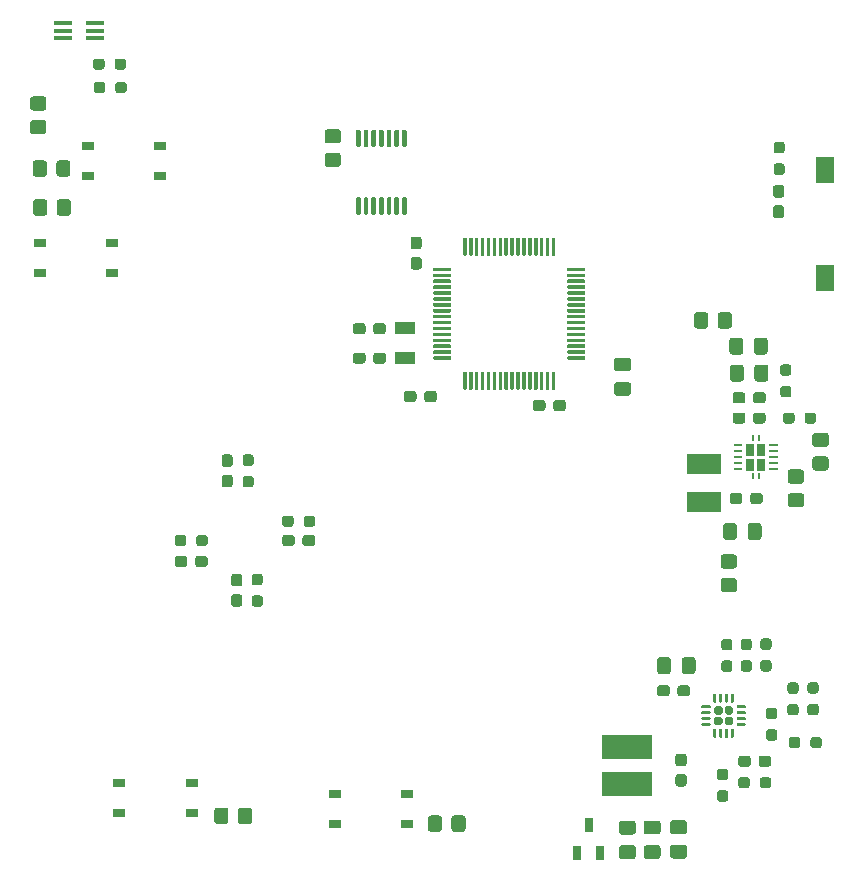
<source format=gbr>
%TF.GenerationSoftware,KiCad,Pcbnew,(5.1.10)-1*%
%TF.CreationDate,2021-11-18T09:17:22-06:00*%
%TF.ProjectId,batteryless_gaming_device,62617474-6572-4796-9c65-73735f67616d,rev?*%
%TF.SameCoordinates,Original*%
%TF.FileFunction,Paste,Top*%
%TF.FilePolarity,Positive*%
%FSLAX46Y46*%
G04 Gerber Fmt 4.6, Leading zero omitted, Abs format (unit mm)*
G04 Created by KiCad (PCBNEW (5.1.10)-1) date 2021-11-18 09:17:22*
%MOMM*%
%LPD*%
G01*
G04 APERTURE LIST*
%ADD10R,1.000000X0.800000*%
%ADD11R,1.800000X1.000000*%
%ADD12O,0.800000X0.230000*%
%ADD13R,0.230000X0.230000*%
%ADD14R,0.680000X1.050000*%
%ADD15R,0.260000X0.500000*%
%ADD16R,1.600000X2.180000*%
%ADD17R,2.900000X1.800000*%
%ADD18R,4.300000X2.000000*%
%ADD19R,1.500000X0.400000*%
%ADD20R,0.800000X1.300000*%
G04 APERTURE END LIST*
D10*
%TO.C,D601*%
X107415000Y-151536400D03*
X107415000Y-148996400D03*
X113565000Y-148996400D03*
X113565000Y-151536400D03*
%TD*%
%TO.C,U400*%
G36*
G01*
X117199000Y-112256400D02*
X115799000Y-112256400D01*
G75*
G02*
X115724000Y-112181400I0J75000D01*
G01*
X115724000Y-112031400D01*
G75*
G02*
X115799000Y-111956400I75000J0D01*
G01*
X117199000Y-111956400D01*
G75*
G02*
X117274000Y-112031400I0J-75000D01*
G01*
X117274000Y-112181400D01*
G75*
G02*
X117199000Y-112256400I-75000J0D01*
G01*
G37*
G36*
G01*
X117199000Y-111756400D02*
X115799000Y-111756400D01*
G75*
G02*
X115724000Y-111681400I0J75000D01*
G01*
X115724000Y-111531400D01*
G75*
G02*
X115799000Y-111456400I75000J0D01*
G01*
X117199000Y-111456400D01*
G75*
G02*
X117274000Y-111531400I0J-75000D01*
G01*
X117274000Y-111681400D01*
G75*
G02*
X117199000Y-111756400I-75000J0D01*
G01*
G37*
G36*
G01*
X117199000Y-111256400D02*
X115799000Y-111256400D01*
G75*
G02*
X115724000Y-111181400I0J75000D01*
G01*
X115724000Y-111031400D01*
G75*
G02*
X115799000Y-110956400I75000J0D01*
G01*
X117199000Y-110956400D01*
G75*
G02*
X117274000Y-111031400I0J-75000D01*
G01*
X117274000Y-111181400D01*
G75*
G02*
X117199000Y-111256400I-75000J0D01*
G01*
G37*
G36*
G01*
X117199000Y-110756400D02*
X115799000Y-110756400D01*
G75*
G02*
X115724000Y-110681400I0J75000D01*
G01*
X115724000Y-110531400D01*
G75*
G02*
X115799000Y-110456400I75000J0D01*
G01*
X117199000Y-110456400D01*
G75*
G02*
X117274000Y-110531400I0J-75000D01*
G01*
X117274000Y-110681400D01*
G75*
G02*
X117199000Y-110756400I-75000J0D01*
G01*
G37*
G36*
G01*
X117199000Y-110256400D02*
X115799000Y-110256400D01*
G75*
G02*
X115724000Y-110181400I0J75000D01*
G01*
X115724000Y-110031400D01*
G75*
G02*
X115799000Y-109956400I75000J0D01*
G01*
X117199000Y-109956400D01*
G75*
G02*
X117274000Y-110031400I0J-75000D01*
G01*
X117274000Y-110181400D01*
G75*
G02*
X117199000Y-110256400I-75000J0D01*
G01*
G37*
G36*
G01*
X117199000Y-109756400D02*
X115799000Y-109756400D01*
G75*
G02*
X115724000Y-109681400I0J75000D01*
G01*
X115724000Y-109531400D01*
G75*
G02*
X115799000Y-109456400I75000J0D01*
G01*
X117199000Y-109456400D01*
G75*
G02*
X117274000Y-109531400I0J-75000D01*
G01*
X117274000Y-109681400D01*
G75*
G02*
X117199000Y-109756400I-75000J0D01*
G01*
G37*
G36*
G01*
X117199000Y-109256400D02*
X115799000Y-109256400D01*
G75*
G02*
X115724000Y-109181400I0J75000D01*
G01*
X115724000Y-109031400D01*
G75*
G02*
X115799000Y-108956400I75000J0D01*
G01*
X117199000Y-108956400D01*
G75*
G02*
X117274000Y-109031400I0J-75000D01*
G01*
X117274000Y-109181400D01*
G75*
G02*
X117199000Y-109256400I-75000J0D01*
G01*
G37*
G36*
G01*
X117199000Y-108756400D02*
X115799000Y-108756400D01*
G75*
G02*
X115724000Y-108681400I0J75000D01*
G01*
X115724000Y-108531400D01*
G75*
G02*
X115799000Y-108456400I75000J0D01*
G01*
X117199000Y-108456400D01*
G75*
G02*
X117274000Y-108531400I0J-75000D01*
G01*
X117274000Y-108681400D01*
G75*
G02*
X117199000Y-108756400I-75000J0D01*
G01*
G37*
G36*
G01*
X117199000Y-108256400D02*
X115799000Y-108256400D01*
G75*
G02*
X115724000Y-108181400I0J75000D01*
G01*
X115724000Y-108031400D01*
G75*
G02*
X115799000Y-107956400I75000J0D01*
G01*
X117199000Y-107956400D01*
G75*
G02*
X117274000Y-108031400I0J-75000D01*
G01*
X117274000Y-108181400D01*
G75*
G02*
X117199000Y-108256400I-75000J0D01*
G01*
G37*
G36*
G01*
X117199000Y-107756400D02*
X115799000Y-107756400D01*
G75*
G02*
X115724000Y-107681400I0J75000D01*
G01*
X115724000Y-107531400D01*
G75*
G02*
X115799000Y-107456400I75000J0D01*
G01*
X117199000Y-107456400D01*
G75*
G02*
X117274000Y-107531400I0J-75000D01*
G01*
X117274000Y-107681400D01*
G75*
G02*
X117199000Y-107756400I-75000J0D01*
G01*
G37*
G36*
G01*
X117199000Y-107256400D02*
X115799000Y-107256400D01*
G75*
G02*
X115724000Y-107181400I0J75000D01*
G01*
X115724000Y-107031400D01*
G75*
G02*
X115799000Y-106956400I75000J0D01*
G01*
X117199000Y-106956400D01*
G75*
G02*
X117274000Y-107031400I0J-75000D01*
G01*
X117274000Y-107181400D01*
G75*
G02*
X117199000Y-107256400I-75000J0D01*
G01*
G37*
G36*
G01*
X117199000Y-106756400D02*
X115799000Y-106756400D01*
G75*
G02*
X115724000Y-106681400I0J75000D01*
G01*
X115724000Y-106531400D01*
G75*
G02*
X115799000Y-106456400I75000J0D01*
G01*
X117199000Y-106456400D01*
G75*
G02*
X117274000Y-106531400I0J-75000D01*
G01*
X117274000Y-106681400D01*
G75*
G02*
X117199000Y-106756400I-75000J0D01*
G01*
G37*
G36*
G01*
X117199000Y-106256400D02*
X115799000Y-106256400D01*
G75*
G02*
X115724000Y-106181400I0J75000D01*
G01*
X115724000Y-106031400D01*
G75*
G02*
X115799000Y-105956400I75000J0D01*
G01*
X117199000Y-105956400D01*
G75*
G02*
X117274000Y-106031400I0J-75000D01*
G01*
X117274000Y-106181400D01*
G75*
G02*
X117199000Y-106256400I-75000J0D01*
G01*
G37*
G36*
G01*
X117199000Y-105756400D02*
X115799000Y-105756400D01*
G75*
G02*
X115724000Y-105681400I0J75000D01*
G01*
X115724000Y-105531400D01*
G75*
G02*
X115799000Y-105456400I75000J0D01*
G01*
X117199000Y-105456400D01*
G75*
G02*
X117274000Y-105531400I0J-75000D01*
G01*
X117274000Y-105681400D01*
G75*
G02*
X117199000Y-105756400I-75000J0D01*
G01*
G37*
G36*
G01*
X117199000Y-105256400D02*
X115799000Y-105256400D01*
G75*
G02*
X115724000Y-105181400I0J75000D01*
G01*
X115724000Y-105031400D01*
G75*
G02*
X115799000Y-104956400I75000J0D01*
G01*
X117199000Y-104956400D01*
G75*
G02*
X117274000Y-105031400I0J-75000D01*
G01*
X117274000Y-105181400D01*
G75*
G02*
X117199000Y-105256400I-75000J0D01*
G01*
G37*
G36*
G01*
X117199000Y-104756400D02*
X115799000Y-104756400D01*
G75*
G02*
X115724000Y-104681400I0J75000D01*
G01*
X115724000Y-104531400D01*
G75*
G02*
X115799000Y-104456400I75000J0D01*
G01*
X117199000Y-104456400D01*
G75*
G02*
X117274000Y-104531400I0J-75000D01*
G01*
X117274000Y-104681400D01*
G75*
G02*
X117199000Y-104756400I-75000J0D01*
G01*
G37*
G36*
G01*
X118499000Y-103456400D02*
X118349000Y-103456400D01*
G75*
G02*
X118274000Y-103381400I0J75000D01*
G01*
X118274000Y-101981400D01*
G75*
G02*
X118349000Y-101906400I75000J0D01*
G01*
X118499000Y-101906400D01*
G75*
G02*
X118574000Y-101981400I0J-75000D01*
G01*
X118574000Y-103381400D01*
G75*
G02*
X118499000Y-103456400I-75000J0D01*
G01*
G37*
G36*
G01*
X118999000Y-103456400D02*
X118849000Y-103456400D01*
G75*
G02*
X118774000Y-103381400I0J75000D01*
G01*
X118774000Y-101981400D01*
G75*
G02*
X118849000Y-101906400I75000J0D01*
G01*
X118999000Y-101906400D01*
G75*
G02*
X119074000Y-101981400I0J-75000D01*
G01*
X119074000Y-103381400D01*
G75*
G02*
X118999000Y-103456400I-75000J0D01*
G01*
G37*
G36*
G01*
X119499000Y-103456400D02*
X119349000Y-103456400D01*
G75*
G02*
X119274000Y-103381400I0J75000D01*
G01*
X119274000Y-101981400D01*
G75*
G02*
X119349000Y-101906400I75000J0D01*
G01*
X119499000Y-101906400D01*
G75*
G02*
X119574000Y-101981400I0J-75000D01*
G01*
X119574000Y-103381400D01*
G75*
G02*
X119499000Y-103456400I-75000J0D01*
G01*
G37*
G36*
G01*
X119999000Y-103456400D02*
X119849000Y-103456400D01*
G75*
G02*
X119774000Y-103381400I0J75000D01*
G01*
X119774000Y-101981400D01*
G75*
G02*
X119849000Y-101906400I75000J0D01*
G01*
X119999000Y-101906400D01*
G75*
G02*
X120074000Y-101981400I0J-75000D01*
G01*
X120074000Y-103381400D01*
G75*
G02*
X119999000Y-103456400I-75000J0D01*
G01*
G37*
G36*
G01*
X120499000Y-103456400D02*
X120349000Y-103456400D01*
G75*
G02*
X120274000Y-103381400I0J75000D01*
G01*
X120274000Y-101981400D01*
G75*
G02*
X120349000Y-101906400I75000J0D01*
G01*
X120499000Y-101906400D01*
G75*
G02*
X120574000Y-101981400I0J-75000D01*
G01*
X120574000Y-103381400D01*
G75*
G02*
X120499000Y-103456400I-75000J0D01*
G01*
G37*
G36*
G01*
X120999000Y-103456400D02*
X120849000Y-103456400D01*
G75*
G02*
X120774000Y-103381400I0J75000D01*
G01*
X120774000Y-101981400D01*
G75*
G02*
X120849000Y-101906400I75000J0D01*
G01*
X120999000Y-101906400D01*
G75*
G02*
X121074000Y-101981400I0J-75000D01*
G01*
X121074000Y-103381400D01*
G75*
G02*
X120999000Y-103456400I-75000J0D01*
G01*
G37*
G36*
G01*
X121499000Y-103456400D02*
X121349000Y-103456400D01*
G75*
G02*
X121274000Y-103381400I0J75000D01*
G01*
X121274000Y-101981400D01*
G75*
G02*
X121349000Y-101906400I75000J0D01*
G01*
X121499000Y-101906400D01*
G75*
G02*
X121574000Y-101981400I0J-75000D01*
G01*
X121574000Y-103381400D01*
G75*
G02*
X121499000Y-103456400I-75000J0D01*
G01*
G37*
G36*
G01*
X121999000Y-103456400D02*
X121849000Y-103456400D01*
G75*
G02*
X121774000Y-103381400I0J75000D01*
G01*
X121774000Y-101981400D01*
G75*
G02*
X121849000Y-101906400I75000J0D01*
G01*
X121999000Y-101906400D01*
G75*
G02*
X122074000Y-101981400I0J-75000D01*
G01*
X122074000Y-103381400D01*
G75*
G02*
X121999000Y-103456400I-75000J0D01*
G01*
G37*
G36*
G01*
X122499000Y-103456400D02*
X122349000Y-103456400D01*
G75*
G02*
X122274000Y-103381400I0J75000D01*
G01*
X122274000Y-101981400D01*
G75*
G02*
X122349000Y-101906400I75000J0D01*
G01*
X122499000Y-101906400D01*
G75*
G02*
X122574000Y-101981400I0J-75000D01*
G01*
X122574000Y-103381400D01*
G75*
G02*
X122499000Y-103456400I-75000J0D01*
G01*
G37*
G36*
G01*
X122999000Y-103456400D02*
X122849000Y-103456400D01*
G75*
G02*
X122774000Y-103381400I0J75000D01*
G01*
X122774000Y-101981400D01*
G75*
G02*
X122849000Y-101906400I75000J0D01*
G01*
X122999000Y-101906400D01*
G75*
G02*
X123074000Y-101981400I0J-75000D01*
G01*
X123074000Y-103381400D01*
G75*
G02*
X122999000Y-103456400I-75000J0D01*
G01*
G37*
G36*
G01*
X123499000Y-103456400D02*
X123349000Y-103456400D01*
G75*
G02*
X123274000Y-103381400I0J75000D01*
G01*
X123274000Y-101981400D01*
G75*
G02*
X123349000Y-101906400I75000J0D01*
G01*
X123499000Y-101906400D01*
G75*
G02*
X123574000Y-101981400I0J-75000D01*
G01*
X123574000Y-103381400D01*
G75*
G02*
X123499000Y-103456400I-75000J0D01*
G01*
G37*
G36*
G01*
X123999000Y-103456400D02*
X123849000Y-103456400D01*
G75*
G02*
X123774000Y-103381400I0J75000D01*
G01*
X123774000Y-101981400D01*
G75*
G02*
X123849000Y-101906400I75000J0D01*
G01*
X123999000Y-101906400D01*
G75*
G02*
X124074000Y-101981400I0J-75000D01*
G01*
X124074000Y-103381400D01*
G75*
G02*
X123999000Y-103456400I-75000J0D01*
G01*
G37*
G36*
G01*
X124499000Y-103456400D02*
X124349000Y-103456400D01*
G75*
G02*
X124274000Y-103381400I0J75000D01*
G01*
X124274000Y-101981400D01*
G75*
G02*
X124349000Y-101906400I75000J0D01*
G01*
X124499000Y-101906400D01*
G75*
G02*
X124574000Y-101981400I0J-75000D01*
G01*
X124574000Y-103381400D01*
G75*
G02*
X124499000Y-103456400I-75000J0D01*
G01*
G37*
G36*
G01*
X124999000Y-103456400D02*
X124849000Y-103456400D01*
G75*
G02*
X124774000Y-103381400I0J75000D01*
G01*
X124774000Y-101981400D01*
G75*
G02*
X124849000Y-101906400I75000J0D01*
G01*
X124999000Y-101906400D01*
G75*
G02*
X125074000Y-101981400I0J-75000D01*
G01*
X125074000Y-103381400D01*
G75*
G02*
X124999000Y-103456400I-75000J0D01*
G01*
G37*
G36*
G01*
X125499000Y-103456400D02*
X125349000Y-103456400D01*
G75*
G02*
X125274000Y-103381400I0J75000D01*
G01*
X125274000Y-101981400D01*
G75*
G02*
X125349000Y-101906400I75000J0D01*
G01*
X125499000Y-101906400D01*
G75*
G02*
X125574000Y-101981400I0J-75000D01*
G01*
X125574000Y-103381400D01*
G75*
G02*
X125499000Y-103456400I-75000J0D01*
G01*
G37*
G36*
G01*
X125999000Y-103456400D02*
X125849000Y-103456400D01*
G75*
G02*
X125774000Y-103381400I0J75000D01*
G01*
X125774000Y-101981400D01*
G75*
G02*
X125849000Y-101906400I75000J0D01*
G01*
X125999000Y-101906400D01*
G75*
G02*
X126074000Y-101981400I0J-75000D01*
G01*
X126074000Y-103381400D01*
G75*
G02*
X125999000Y-103456400I-75000J0D01*
G01*
G37*
G36*
G01*
X128549000Y-104756400D02*
X127149000Y-104756400D01*
G75*
G02*
X127074000Y-104681400I0J75000D01*
G01*
X127074000Y-104531400D01*
G75*
G02*
X127149000Y-104456400I75000J0D01*
G01*
X128549000Y-104456400D01*
G75*
G02*
X128624000Y-104531400I0J-75000D01*
G01*
X128624000Y-104681400D01*
G75*
G02*
X128549000Y-104756400I-75000J0D01*
G01*
G37*
G36*
G01*
X128549000Y-105256400D02*
X127149000Y-105256400D01*
G75*
G02*
X127074000Y-105181400I0J75000D01*
G01*
X127074000Y-105031400D01*
G75*
G02*
X127149000Y-104956400I75000J0D01*
G01*
X128549000Y-104956400D01*
G75*
G02*
X128624000Y-105031400I0J-75000D01*
G01*
X128624000Y-105181400D01*
G75*
G02*
X128549000Y-105256400I-75000J0D01*
G01*
G37*
G36*
G01*
X128549000Y-105756400D02*
X127149000Y-105756400D01*
G75*
G02*
X127074000Y-105681400I0J75000D01*
G01*
X127074000Y-105531400D01*
G75*
G02*
X127149000Y-105456400I75000J0D01*
G01*
X128549000Y-105456400D01*
G75*
G02*
X128624000Y-105531400I0J-75000D01*
G01*
X128624000Y-105681400D01*
G75*
G02*
X128549000Y-105756400I-75000J0D01*
G01*
G37*
G36*
G01*
X128549000Y-106256400D02*
X127149000Y-106256400D01*
G75*
G02*
X127074000Y-106181400I0J75000D01*
G01*
X127074000Y-106031400D01*
G75*
G02*
X127149000Y-105956400I75000J0D01*
G01*
X128549000Y-105956400D01*
G75*
G02*
X128624000Y-106031400I0J-75000D01*
G01*
X128624000Y-106181400D01*
G75*
G02*
X128549000Y-106256400I-75000J0D01*
G01*
G37*
G36*
G01*
X128549000Y-106756400D02*
X127149000Y-106756400D01*
G75*
G02*
X127074000Y-106681400I0J75000D01*
G01*
X127074000Y-106531400D01*
G75*
G02*
X127149000Y-106456400I75000J0D01*
G01*
X128549000Y-106456400D01*
G75*
G02*
X128624000Y-106531400I0J-75000D01*
G01*
X128624000Y-106681400D01*
G75*
G02*
X128549000Y-106756400I-75000J0D01*
G01*
G37*
G36*
G01*
X128549000Y-107256400D02*
X127149000Y-107256400D01*
G75*
G02*
X127074000Y-107181400I0J75000D01*
G01*
X127074000Y-107031400D01*
G75*
G02*
X127149000Y-106956400I75000J0D01*
G01*
X128549000Y-106956400D01*
G75*
G02*
X128624000Y-107031400I0J-75000D01*
G01*
X128624000Y-107181400D01*
G75*
G02*
X128549000Y-107256400I-75000J0D01*
G01*
G37*
G36*
G01*
X128549000Y-107756400D02*
X127149000Y-107756400D01*
G75*
G02*
X127074000Y-107681400I0J75000D01*
G01*
X127074000Y-107531400D01*
G75*
G02*
X127149000Y-107456400I75000J0D01*
G01*
X128549000Y-107456400D01*
G75*
G02*
X128624000Y-107531400I0J-75000D01*
G01*
X128624000Y-107681400D01*
G75*
G02*
X128549000Y-107756400I-75000J0D01*
G01*
G37*
G36*
G01*
X128549000Y-108256400D02*
X127149000Y-108256400D01*
G75*
G02*
X127074000Y-108181400I0J75000D01*
G01*
X127074000Y-108031400D01*
G75*
G02*
X127149000Y-107956400I75000J0D01*
G01*
X128549000Y-107956400D01*
G75*
G02*
X128624000Y-108031400I0J-75000D01*
G01*
X128624000Y-108181400D01*
G75*
G02*
X128549000Y-108256400I-75000J0D01*
G01*
G37*
G36*
G01*
X128549000Y-108756400D02*
X127149000Y-108756400D01*
G75*
G02*
X127074000Y-108681400I0J75000D01*
G01*
X127074000Y-108531400D01*
G75*
G02*
X127149000Y-108456400I75000J0D01*
G01*
X128549000Y-108456400D01*
G75*
G02*
X128624000Y-108531400I0J-75000D01*
G01*
X128624000Y-108681400D01*
G75*
G02*
X128549000Y-108756400I-75000J0D01*
G01*
G37*
G36*
G01*
X128549000Y-109256400D02*
X127149000Y-109256400D01*
G75*
G02*
X127074000Y-109181400I0J75000D01*
G01*
X127074000Y-109031400D01*
G75*
G02*
X127149000Y-108956400I75000J0D01*
G01*
X128549000Y-108956400D01*
G75*
G02*
X128624000Y-109031400I0J-75000D01*
G01*
X128624000Y-109181400D01*
G75*
G02*
X128549000Y-109256400I-75000J0D01*
G01*
G37*
G36*
G01*
X128549000Y-109756400D02*
X127149000Y-109756400D01*
G75*
G02*
X127074000Y-109681400I0J75000D01*
G01*
X127074000Y-109531400D01*
G75*
G02*
X127149000Y-109456400I75000J0D01*
G01*
X128549000Y-109456400D01*
G75*
G02*
X128624000Y-109531400I0J-75000D01*
G01*
X128624000Y-109681400D01*
G75*
G02*
X128549000Y-109756400I-75000J0D01*
G01*
G37*
G36*
G01*
X128549000Y-110256400D02*
X127149000Y-110256400D01*
G75*
G02*
X127074000Y-110181400I0J75000D01*
G01*
X127074000Y-110031400D01*
G75*
G02*
X127149000Y-109956400I75000J0D01*
G01*
X128549000Y-109956400D01*
G75*
G02*
X128624000Y-110031400I0J-75000D01*
G01*
X128624000Y-110181400D01*
G75*
G02*
X128549000Y-110256400I-75000J0D01*
G01*
G37*
G36*
G01*
X128549000Y-110756400D02*
X127149000Y-110756400D01*
G75*
G02*
X127074000Y-110681400I0J75000D01*
G01*
X127074000Y-110531400D01*
G75*
G02*
X127149000Y-110456400I75000J0D01*
G01*
X128549000Y-110456400D01*
G75*
G02*
X128624000Y-110531400I0J-75000D01*
G01*
X128624000Y-110681400D01*
G75*
G02*
X128549000Y-110756400I-75000J0D01*
G01*
G37*
G36*
G01*
X128549000Y-111256400D02*
X127149000Y-111256400D01*
G75*
G02*
X127074000Y-111181400I0J75000D01*
G01*
X127074000Y-111031400D01*
G75*
G02*
X127149000Y-110956400I75000J0D01*
G01*
X128549000Y-110956400D01*
G75*
G02*
X128624000Y-111031400I0J-75000D01*
G01*
X128624000Y-111181400D01*
G75*
G02*
X128549000Y-111256400I-75000J0D01*
G01*
G37*
G36*
G01*
X128549000Y-111756400D02*
X127149000Y-111756400D01*
G75*
G02*
X127074000Y-111681400I0J75000D01*
G01*
X127074000Y-111531400D01*
G75*
G02*
X127149000Y-111456400I75000J0D01*
G01*
X128549000Y-111456400D01*
G75*
G02*
X128624000Y-111531400I0J-75000D01*
G01*
X128624000Y-111681400D01*
G75*
G02*
X128549000Y-111756400I-75000J0D01*
G01*
G37*
G36*
G01*
X128549000Y-112256400D02*
X127149000Y-112256400D01*
G75*
G02*
X127074000Y-112181400I0J75000D01*
G01*
X127074000Y-112031400D01*
G75*
G02*
X127149000Y-111956400I75000J0D01*
G01*
X128549000Y-111956400D01*
G75*
G02*
X128624000Y-112031400I0J-75000D01*
G01*
X128624000Y-112181400D01*
G75*
G02*
X128549000Y-112256400I-75000J0D01*
G01*
G37*
G36*
G01*
X125999000Y-114806400D02*
X125849000Y-114806400D01*
G75*
G02*
X125774000Y-114731400I0J75000D01*
G01*
X125774000Y-113331400D01*
G75*
G02*
X125849000Y-113256400I75000J0D01*
G01*
X125999000Y-113256400D01*
G75*
G02*
X126074000Y-113331400I0J-75000D01*
G01*
X126074000Y-114731400D01*
G75*
G02*
X125999000Y-114806400I-75000J0D01*
G01*
G37*
G36*
G01*
X125499000Y-114806400D02*
X125349000Y-114806400D01*
G75*
G02*
X125274000Y-114731400I0J75000D01*
G01*
X125274000Y-113331400D01*
G75*
G02*
X125349000Y-113256400I75000J0D01*
G01*
X125499000Y-113256400D01*
G75*
G02*
X125574000Y-113331400I0J-75000D01*
G01*
X125574000Y-114731400D01*
G75*
G02*
X125499000Y-114806400I-75000J0D01*
G01*
G37*
G36*
G01*
X124999000Y-114806400D02*
X124849000Y-114806400D01*
G75*
G02*
X124774000Y-114731400I0J75000D01*
G01*
X124774000Y-113331400D01*
G75*
G02*
X124849000Y-113256400I75000J0D01*
G01*
X124999000Y-113256400D01*
G75*
G02*
X125074000Y-113331400I0J-75000D01*
G01*
X125074000Y-114731400D01*
G75*
G02*
X124999000Y-114806400I-75000J0D01*
G01*
G37*
G36*
G01*
X124499000Y-114806400D02*
X124349000Y-114806400D01*
G75*
G02*
X124274000Y-114731400I0J75000D01*
G01*
X124274000Y-113331400D01*
G75*
G02*
X124349000Y-113256400I75000J0D01*
G01*
X124499000Y-113256400D01*
G75*
G02*
X124574000Y-113331400I0J-75000D01*
G01*
X124574000Y-114731400D01*
G75*
G02*
X124499000Y-114806400I-75000J0D01*
G01*
G37*
G36*
G01*
X123999000Y-114806400D02*
X123849000Y-114806400D01*
G75*
G02*
X123774000Y-114731400I0J75000D01*
G01*
X123774000Y-113331400D01*
G75*
G02*
X123849000Y-113256400I75000J0D01*
G01*
X123999000Y-113256400D01*
G75*
G02*
X124074000Y-113331400I0J-75000D01*
G01*
X124074000Y-114731400D01*
G75*
G02*
X123999000Y-114806400I-75000J0D01*
G01*
G37*
G36*
G01*
X123499000Y-114806400D02*
X123349000Y-114806400D01*
G75*
G02*
X123274000Y-114731400I0J75000D01*
G01*
X123274000Y-113331400D01*
G75*
G02*
X123349000Y-113256400I75000J0D01*
G01*
X123499000Y-113256400D01*
G75*
G02*
X123574000Y-113331400I0J-75000D01*
G01*
X123574000Y-114731400D01*
G75*
G02*
X123499000Y-114806400I-75000J0D01*
G01*
G37*
G36*
G01*
X122999000Y-114806400D02*
X122849000Y-114806400D01*
G75*
G02*
X122774000Y-114731400I0J75000D01*
G01*
X122774000Y-113331400D01*
G75*
G02*
X122849000Y-113256400I75000J0D01*
G01*
X122999000Y-113256400D01*
G75*
G02*
X123074000Y-113331400I0J-75000D01*
G01*
X123074000Y-114731400D01*
G75*
G02*
X122999000Y-114806400I-75000J0D01*
G01*
G37*
G36*
G01*
X122499000Y-114806400D02*
X122349000Y-114806400D01*
G75*
G02*
X122274000Y-114731400I0J75000D01*
G01*
X122274000Y-113331400D01*
G75*
G02*
X122349000Y-113256400I75000J0D01*
G01*
X122499000Y-113256400D01*
G75*
G02*
X122574000Y-113331400I0J-75000D01*
G01*
X122574000Y-114731400D01*
G75*
G02*
X122499000Y-114806400I-75000J0D01*
G01*
G37*
G36*
G01*
X121999000Y-114806400D02*
X121849000Y-114806400D01*
G75*
G02*
X121774000Y-114731400I0J75000D01*
G01*
X121774000Y-113331400D01*
G75*
G02*
X121849000Y-113256400I75000J0D01*
G01*
X121999000Y-113256400D01*
G75*
G02*
X122074000Y-113331400I0J-75000D01*
G01*
X122074000Y-114731400D01*
G75*
G02*
X121999000Y-114806400I-75000J0D01*
G01*
G37*
G36*
G01*
X121499000Y-114806400D02*
X121349000Y-114806400D01*
G75*
G02*
X121274000Y-114731400I0J75000D01*
G01*
X121274000Y-113331400D01*
G75*
G02*
X121349000Y-113256400I75000J0D01*
G01*
X121499000Y-113256400D01*
G75*
G02*
X121574000Y-113331400I0J-75000D01*
G01*
X121574000Y-114731400D01*
G75*
G02*
X121499000Y-114806400I-75000J0D01*
G01*
G37*
G36*
G01*
X120999000Y-114806400D02*
X120849000Y-114806400D01*
G75*
G02*
X120774000Y-114731400I0J75000D01*
G01*
X120774000Y-113331400D01*
G75*
G02*
X120849000Y-113256400I75000J0D01*
G01*
X120999000Y-113256400D01*
G75*
G02*
X121074000Y-113331400I0J-75000D01*
G01*
X121074000Y-114731400D01*
G75*
G02*
X120999000Y-114806400I-75000J0D01*
G01*
G37*
G36*
G01*
X120499000Y-114806400D02*
X120349000Y-114806400D01*
G75*
G02*
X120274000Y-114731400I0J75000D01*
G01*
X120274000Y-113331400D01*
G75*
G02*
X120349000Y-113256400I75000J0D01*
G01*
X120499000Y-113256400D01*
G75*
G02*
X120574000Y-113331400I0J-75000D01*
G01*
X120574000Y-114731400D01*
G75*
G02*
X120499000Y-114806400I-75000J0D01*
G01*
G37*
G36*
G01*
X119999000Y-114806400D02*
X119849000Y-114806400D01*
G75*
G02*
X119774000Y-114731400I0J75000D01*
G01*
X119774000Y-113331400D01*
G75*
G02*
X119849000Y-113256400I75000J0D01*
G01*
X119999000Y-113256400D01*
G75*
G02*
X120074000Y-113331400I0J-75000D01*
G01*
X120074000Y-114731400D01*
G75*
G02*
X119999000Y-114806400I-75000J0D01*
G01*
G37*
G36*
G01*
X119499000Y-114806400D02*
X119349000Y-114806400D01*
G75*
G02*
X119274000Y-114731400I0J75000D01*
G01*
X119274000Y-113331400D01*
G75*
G02*
X119349000Y-113256400I75000J0D01*
G01*
X119499000Y-113256400D01*
G75*
G02*
X119574000Y-113331400I0J-75000D01*
G01*
X119574000Y-114731400D01*
G75*
G02*
X119499000Y-114806400I-75000J0D01*
G01*
G37*
G36*
G01*
X118999000Y-114806400D02*
X118849000Y-114806400D01*
G75*
G02*
X118774000Y-114731400I0J75000D01*
G01*
X118774000Y-113331400D01*
G75*
G02*
X118849000Y-113256400I75000J0D01*
G01*
X118999000Y-113256400D01*
G75*
G02*
X119074000Y-113331400I0J-75000D01*
G01*
X119074000Y-114731400D01*
G75*
G02*
X118999000Y-114806400I-75000J0D01*
G01*
G37*
G36*
G01*
X118499000Y-114806400D02*
X118349000Y-114806400D01*
G75*
G02*
X118274000Y-114731400I0J75000D01*
G01*
X118274000Y-113331400D01*
G75*
G02*
X118349000Y-113256400I75000J0D01*
G01*
X118499000Y-113256400D01*
G75*
G02*
X118574000Y-113331400I0J-75000D01*
G01*
X118574000Y-114731400D01*
G75*
G02*
X118499000Y-114806400I-75000J0D01*
G01*
G37*
%TD*%
D11*
%TO.C,Y400*%
X113334800Y-109595600D03*
X113334800Y-112095600D03*
%TD*%
D12*
%TO.C,U500*%
X144527800Y-119497600D03*
X144527800Y-119997600D03*
X144527800Y-120497600D03*
D13*
X144812800Y-120997600D03*
X144812800Y-121497600D03*
D12*
X141577800Y-121497600D03*
D13*
X141292800Y-120997600D03*
D12*
X141577800Y-120497600D03*
D13*
X141292800Y-119997600D03*
X141292800Y-119497600D03*
D14*
X143502800Y-121132600D03*
X142602800Y-121132600D03*
X143502800Y-119862600D03*
D15*
X143302800Y-122127600D03*
X142802800Y-122127600D03*
X143302800Y-118867600D03*
X142802800Y-118867600D03*
D14*
X142602800Y-119862600D03*
D13*
X144812800Y-119497600D03*
X144812800Y-119997600D03*
X144812800Y-120497600D03*
D12*
X144527800Y-120997600D03*
X144527800Y-121497600D03*
D13*
X141292800Y-121497600D03*
D12*
X141577800Y-120997600D03*
D13*
X141292800Y-120497600D03*
D12*
X141577800Y-119997600D03*
X141577800Y-119497600D03*
%TD*%
%TO.C,U401*%
G36*
G01*
X109503600Y-94242600D02*
X109303600Y-94242600D01*
G75*
G02*
X109203600Y-94142600I0J100000D01*
G01*
X109203600Y-92867600D01*
G75*
G02*
X109303600Y-92767600I100000J0D01*
G01*
X109503600Y-92767600D01*
G75*
G02*
X109603600Y-92867600I0J-100000D01*
G01*
X109603600Y-94142600D01*
G75*
G02*
X109503600Y-94242600I-100000J0D01*
G01*
G37*
G36*
G01*
X110153600Y-94242600D02*
X109953600Y-94242600D01*
G75*
G02*
X109853600Y-94142600I0J100000D01*
G01*
X109853600Y-92867600D01*
G75*
G02*
X109953600Y-92767600I100000J0D01*
G01*
X110153600Y-92767600D01*
G75*
G02*
X110253600Y-92867600I0J-100000D01*
G01*
X110253600Y-94142600D01*
G75*
G02*
X110153600Y-94242600I-100000J0D01*
G01*
G37*
G36*
G01*
X110803600Y-94242600D02*
X110603600Y-94242600D01*
G75*
G02*
X110503600Y-94142600I0J100000D01*
G01*
X110503600Y-92867600D01*
G75*
G02*
X110603600Y-92767600I100000J0D01*
G01*
X110803600Y-92767600D01*
G75*
G02*
X110903600Y-92867600I0J-100000D01*
G01*
X110903600Y-94142600D01*
G75*
G02*
X110803600Y-94242600I-100000J0D01*
G01*
G37*
G36*
G01*
X111453600Y-94242600D02*
X111253600Y-94242600D01*
G75*
G02*
X111153600Y-94142600I0J100000D01*
G01*
X111153600Y-92867600D01*
G75*
G02*
X111253600Y-92767600I100000J0D01*
G01*
X111453600Y-92767600D01*
G75*
G02*
X111553600Y-92867600I0J-100000D01*
G01*
X111553600Y-94142600D01*
G75*
G02*
X111453600Y-94242600I-100000J0D01*
G01*
G37*
G36*
G01*
X112103600Y-94242600D02*
X111903600Y-94242600D01*
G75*
G02*
X111803600Y-94142600I0J100000D01*
G01*
X111803600Y-92867600D01*
G75*
G02*
X111903600Y-92767600I100000J0D01*
G01*
X112103600Y-92767600D01*
G75*
G02*
X112203600Y-92867600I0J-100000D01*
G01*
X112203600Y-94142600D01*
G75*
G02*
X112103600Y-94242600I-100000J0D01*
G01*
G37*
G36*
G01*
X112753600Y-94242600D02*
X112553600Y-94242600D01*
G75*
G02*
X112453600Y-94142600I0J100000D01*
G01*
X112453600Y-92867600D01*
G75*
G02*
X112553600Y-92767600I100000J0D01*
G01*
X112753600Y-92767600D01*
G75*
G02*
X112853600Y-92867600I0J-100000D01*
G01*
X112853600Y-94142600D01*
G75*
G02*
X112753600Y-94242600I-100000J0D01*
G01*
G37*
G36*
G01*
X113403600Y-94242600D02*
X113203600Y-94242600D01*
G75*
G02*
X113103600Y-94142600I0J100000D01*
G01*
X113103600Y-92867600D01*
G75*
G02*
X113203600Y-92767600I100000J0D01*
G01*
X113403600Y-92767600D01*
G75*
G02*
X113503600Y-92867600I0J-100000D01*
G01*
X113503600Y-94142600D01*
G75*
G02*
X113403600Y-94242600I-100000J0D01*
G01*
G37*
G36*
G01*
X113403600Y-99967600D02*
X113203600Y-99967600D01*
G75*
G02*
X113103600Y-99867600I0J100000D01*
G01*
X113103600Y-98592600D01*
G75*
G02*
X113203600Y-98492600I100000J0D01*
G01*
X113403600Y-98492600D01*
G75*
G02*
X113503600Y-98592600I0J-100000D01*
G01*
X113503600Y-99867600D01*
G75*
G02*
X113403600Y-99967600I-100000J0D01*
G01*
G37*
G36*
G01*
X112753600Y-99967600D02*
X112553600Y-99967600D01*
G75*
G02*
X112453600Y-99867600I0J100000D01*
G01*
X112453600Y-98592600D01*
G75*
G02*
X112553600Y-98492600I100000J0D01*
G01*
X112753600Y-98492600D01*
G75*
G02*
X112853600Y-98592600I0J-100000D01*
G01*
X112853600Y-99867600D01*
G75*
G02*
X112753600Y-99967600I-100000J0D01*
G01*
G37*
G36*
G01*
X112103600Y-99967600D02*
X111903600Y-99967600D01*
G75*
G02*
X111803600Y-99867600I0J100000D01*
G01*
X111803600Y-98592600D01*
G75*
G02*
X111903600Y-98492600I100000J0D01*
G01*
X112103600Y-98492600D01*
G75*
G02*
X112203600Y-98592600I0J-100000D01*
G01*
X112203600Y-99867600D01*
G75*
G02*
X112103600Y-99967600I-100000J0D01*
G01*
G37*
G36*
G01*
X111453600Y-99967600D02*
X111253600Y-99967600D01*
G75*
G02*
X111153600Y-99867600I0J100000D01*
G01*
X111153600Y-98592600D01*
G75*
G02*
X111253600Y-98492600I100000J0D01*
G01*
X111453600Y-98492600D01*
G75*
G02*
X111553600Y-98592600I0J-100000D01*
G01*
X111553600Y-99867600D01*
G75*
G02*
X111453600Y-99967600I-100000J0D01*
G01*
G37*
G36*
G01*
X110803600Y-99967600D02*
X110603600Y-99967600D01*
G75*
G02*
X110503600Y-99867600I0J100000D01*
G01*
X110503600Y-98592600D01*
G75*
G02*
X110603600Y-98492600I100000J0D01*
G01*
X110803600Y-98492600D01*
G75*
G02*
X110903600Y-98592600I0J-100000D01*
G01*
X110903600Y-99867600D01*
G75*
G02*
X110803600Y-99967600I-100000J0D01*
G01*
G37*
G36*
G01*
X110153600Y-99967600D02*
X109953600Y-99967600D01*
G75*
G02*
X109853600Y-99867600I0J100000D01*
G01*
X109853600Y-98592600D01*
G75*
G02*
X109953600Y-98492600I100000J0D01*
G01*
X110153600Y-98492600D01*
G75*
G02*
X110253600Y-98592600I0J-100000D01*
G01*
X110253600Y-99867600D01*
G75*
G02*
X110153600Y-99967600I-100000J0D01*
G01*
G37*
G36*
G01*
X109503600Y-99967600D02*
X109303600Y-99967600D01*
G75*
G02*
X109203600Y-99867600I0J100000D01*
G01*
X109203600Y-98592600D01*
G75*
G02*
X109303600Y-98492600I100000J0D01*
G01*
X109503600Y-98492600D01*
G75*
G02*
X109603600Y-98592600I0J-100000D01*
G01*
X109603600Y-99867600D01*
G75*
G02*
X109503600Y-99967600I-100000J0D01*
G01*
G37*
%TD*%
%TO.C,U200*%
G36*
G01*
X140954800Y-142302200D02*
X140589800Y-142302200D01*
G75*
G02*
X140407300Y-142119700I0J182500D01*
G01*
X140407300Y-141754700D01*
G75*
G02*
X140589800Y-141572200I182500J0D01*
G01*
X140954800Y-141572200D01*
G75*
G02*
X141137300Y-141754700I0J-182500D01*
G01*
X141137300Y-142119700D01*
G75*
G02*
X140954800Y-142302200I-182500J0D01*
G01*
G37*
G36*
G01*
X140054800Y-142302200D02*
X139689800Y-142302200D01*
G75*
G02*
X139507300Y-142119700I0J182500D01*
G01*
X139507300Y-141754700D01*
G75*
G02*
X139689800Y-141572200I182500J0D01*
G01*
X140054800Y-141572200D01*
G75*
G02*
X140237300Y-141754700I0J-182500D01*
G01*
X140237300Y-142119700D01*
G75*
G02*
X140054800Y-142302200I-182500J0D01*
G01*
G37*
G36*
G01*
X140954800Y-143202200D02*
X140589800Y-143202200D01*
G75*
G02*
X140407300Y-143019700I0J182500D01*
G01*
X140407300Y-142654700D01*
G75*
G02*
X140589800Y-142472200I182500J0D01*
G01*
X140954800Y-142472200D01*
G75*
G02*
X141137300Y-142654700I0J-182500D01*
G01*
X141137300Y-143019700D01*
G75*
G02*
X140954800Y-143202200I-182500J0D01*
G01*
G37*
G36*
G01*
X140054800Y-143202200D02*
X139689800Y-143202200D01*
G75*
G02*
X139507300Y-143019700I0J182500D01*
G01*
X139507300Y-142654700D01*
G75*
G02*
X139689800Y-142472200I182500J0D01*
G01*
X140054800Y-142472200D01*
G75*
G02*
X140237300Y-142654700I0J-182500D01*
G01*
X140237300Y-143019700D01*
G75*
G02*
X140054800Y-143202200I-182500J0D01*
G01*
G37*
G36*
G01*
X139159800Y-143262200D02*
X138509800Y-143262200D01*
G75*
G02*
X138447300Y-143199700I0J62500D01*
G01*
X138447300Y-143074700D01*
G75*
G02*
X138509800Y-143012200I62500J0D01*
G01*
X139159800Y-143012200D01*
G75*
G02*
X139222300Y-143074700I0J-62500D01*
G01*
X139222300Y-143199700D01*
G75*
G02*
X139159800Y-143262200I-62500J0D01*
G01*
G37*
G36*
G01*
X139159800Y-142762200D02*
X138509800Y-142762200D01*
G75*
G02*
X138447300Y-142699700I0J62500D01*
G01*
X138447300Y-142574700D01*
G75*
G02*
X138509800Y-142512200I62500J0D01*
G01*
X139159800Y-142512200D01*
G75*
G02*
X139222300Y-142574700I0J-62500D01*
G01*
X139222300Y-142699700D01*
G75*
G02*
X139159800Y-142762200I-62500J0D01*
G01*
G37*
G36*
G01*
X139159800Y-142262200D02*
X138509800Y-142262200D01*
G75*
G02*
X138447300Y-142199700I0J62500D01*
G01*
X138447300Y-142074700D01*
G75*
G02*
X138509800Y-142012200I62500J0D01*
G01*
X139159800Y-142012200D01*
G75*
G02*
X139222300Y-142074700I0J-62500D01*
G01*
X139222300Y-142199700D01*
G75*
G02*
X139159800Y-142262200I-62500J0D01*
G01*
G37*
G36*
G01*
X139159800Y-141762200D02*
X138509800Y-141762200D01*
G75*
G02*
X138447300Y-141699700I0J62500D01*
G01*
X138447300Y-141574700D01*
G75*
G02*
X138509800Y-141512200I62500J0D01*
G01*
X139159800Y-141512200D01*
G75*
G02*
X139222300Y-141574700I0J-62500D01*
G01*
X139222300Y-141699700D01*
G75*
G02*
X139159800Y-141762200I-62500J0D01*
G01*
G37*
G36*
G01*
X139634800Y-141287200D02*
X139509800Y-141287200D01*
G75*
G02*
X139447300Y-141224700I0J62500D01*
G01*
X139447300Y-140574700D01*
G75*
G02*
X139509800Y-140512200I62500J0D01*
G01*
X139634800Y-140512200D01*
G75*
G02*
X139697300Y-140574700I0J-62500D01*
G01*
X139697300Y-141224700D01*
G75*
G02*
X139634800Y-141287200I-62500J0D01*
G01*
G37*
G36*
G01*
X140134800Y-141287200D02*
X140009800Y-141287200D01*
G75*
G02*
X139947300Y-141224700I0J62500D01*
G01*
X139947300Y-140574700D01*
G75*
G02*
X140009800Y-140512200I62500J0D01*
G01*
X140134800Y-140512200D01*
G75*
G02*
X140197300Y-140574700I0J-62500D01*
G01*
X140197300Y-141224700D01*
G75*
G02*
X140134800Y-141287200I-62500J0D01*
G01*
G37*
G36*
G01*
X140634800Y-141287200D02*
X140509800Y-141287200D01*
G75*
G02*
X140447300Y-141224700I0J62500D01*
G01*
X140447300Y-140574700D01*
G75*
G02*
X140509800Y-140512200I62500J0D01*
G01*
X140634800Y-140512200D01*
G75*
G02*
X140697300Y-140574700I0J-62500D01*
G01*
X140697300Y-141224700D01*
G75*
G02*
X140634800Y-141287200I-62500J0D01*
G01*
G37*
G36*
G01*
X141134800Y-141287200D02*
X141009800Y-141287200D01*
G75*
G02*
X140947300Y-141224700I0J62500D01*
G01*
X140947300Y-140574700D01*
G75*
G02*
X141009800Y-140512200I62500J0D01*
G01*
X141134800Y-140512200D01*
G75*
G02*
X141197300Y-140574700I0J-62500D01*
G01*
X141197300Y-141224700D01*
G75*
G02*
X141134800Y-141287200I-62500J0D01*
G01*
G37*
G36*
G01*
X142134800Y-141762200D02*
X141484800Y-141762200D01*
G75*
G02*
X141422300Y-141699700I0J62500D01*
G01*
X141422300Y-141574700D01*
G75*
G02*
X141484800Y-141512200I62500J0D01*
G01*
X142134800Y-141512200D01*
G75*
G02*
X142197300Y-141574700I0J-62500D01*
G01*
X142197300Y-141699700D01*
G75*
G02*
X142134800Y-141762200I-62500J0D01*
G01*
G37*
G36*
G01*
X142134800Y-142262200D02*
X141484800Y-142262200D01*
G75*
G02*
X141422300Y-142199700I0J62500D01*
G01*
X141422300Y-142074700D01*
G75*
G02*
X141484800Y-142012200I62500J0D01*
G01*
X142134800Y-142012200D01*
G75*
G02*
X142197300Y-142074700I0J-62500D01*
G01*
X142197300Y-142199700D01*
G75*
G02*
X142134800Y-142262200I-62500J0D01*
G01*
G37*
G36*
G01*
X142134800Y-142762200D02*
X141484800Y-142762200D01*
G75*
G02*
X141422300Y-142699700I0J62500D01*
G01*
X141422300Y-142574700D01*
G75*
G02*
X141484800Y-142512200I62500J0D01*
G01*
X142134800Y-142512200D01*
G75*
G02*
X142197300Y-142574700I0J-62500D01*
G01*
X142197300Y-142699700D01*
G75*
G02*
X142134800Y-142762200I-62500J0D01*
G01*
G37*
G36*
G01*
X142134800Y-143262200D02*
X141484800Y-143262200D01*
G75*
G02*
X141422300Y-143199700I0J62500D01*
G01*
X141422300Y-143074700D01*
G75*
G02*
X141484800Y-143012200I62500J0D01*
G01*
X142134800Y-143012200D01*
G75*
G02*
X142197300Y-143074700I0J-62500D01*
G01*
X142197300Y-143199700D01*
G75*
G02*
X142134800Y-143262200I-62500J0D01*
G01*
G37*
G36*
G01*
X141134800Y-144262200D02*
X141009800Y-144262200D01*
G75*
G02*
X140947300Y-144199700I0J62500D01*
G01*
X140947300Y-143549700D01*
G75*
G02*
X141009800Y-143487200I62500J0D01*
G01*
X141134800Y-143487200D01*
G75*
G02*
X141197300Y-143549700I0J-62500D01*
G01*
X141197300Y-144199700D01*
G75*
G02*
X141134800Y-144262200I-62500J0D01*
G01*
G37*
G36*
G01*
X140634800Y-144262200D02*
X140509800Y-144262200D01*
G75*
G02*
X140447300Y-144199700I0J62500D01*
G01*
X140447300Y-143549700D01*
G75*
G02*
X140509800Y-143487200I62500J0D01*
G01*
X140634800Y-143487200D01*
G75*
G02*
X140697300Y-143549700I0J-62500D01*
G01*
X140697300Y-144199700D01*
G75*
G02*
X140634800Y-144262200I-62500J0D01*
G01*
G37*
G36*
G01*
X140134800Y-144262200D02*
X140009800Y-144262200D01*
G75*
G02*
X139947300Y-144199700I0J62500D01*
G01*
X139947300Y-143549700D01*
G75*
G02*
X140009800Y-143487200I62500J0D01*
G01*
X140134800Y-143487200D01*
G75*
G02*
X140197300Y-143549700I0J-62500D01*
G01*
X140197300Y-144199700D01*
G75*
G02*
X140134800Y-144262200I-62500J0D01*
G01*
G37*
G36*
G01*
X139634800Y-144262200D02*
X139509800Y-144262200D01*
G75*
G02*
X139447300Y-144199700I0J62500D01*
G01*
X139447300Y-143549700D01*
G75*
G02*
X139509800Y-143487200I62500J0D01*
G01*
X139634800Y-143487200D01*
G75*
G02*
X139697300Y-143549700I0J-62500D01*
G01*
X139697300Y-144199700D01*
G75*
G02*
X139634800Y-144262200I-62500J0D01*
G01*
G37*
%TD*%
D16*
%TO.C,SW400*%
X148894800Y-96146400D03*
X148894800Y-105326400D03*
%TD*%
%TO.C,R607*%
G36*
G01*
X83864400Y-99814801D02*
X83864400Y-98914799D01*
G75*
G02*
X84114399Y-98664800I249999J0D01*
G01*
X84814401Y-98664800D01*
G75*
G02*
X85064400Y-98914799I0J-249999D01*
G01*
X85064400Y-99814801D01*
G75*
G02*
X84814401Y-100064800I-249999J0D01*
G01*
X84114399Y-100064800D01*
G75*
G02*
X83864400Y-99814801I0J249999D01*
G01*
G37*
G36*
G01*
X81864400Y-99814801D02*
X81864400Y-98914799D01*
G75*
G02*
X82114399Y-98664800I249999J0D01*
G01*
X82814401Y-98664800D01*
G75*
G02*
X83064400Y-98914799I0J-249999D01*
G01*
X83064400Y-99814801D01*
G75*
G02*
X82814401Y-100064800I-249999J0D01*
G01*
X82114399Y-100064800D01*
G75*
G02*
X81864400Y-99814801I0J249999D01*
G01*
G37*
%TD*%
%TO.C,R606*%
G36*
G01*
X117290800Y-151986401D02*
X117290800Y-151086399D01*
G75*
G02*
X117540799Y-150836400I249999J0D01*
G01*
X118240801Y-150836400D01*
G75*
G02*
X118490800Y-151086399I0J-249999D01*
G01*
X118490800Y-151986401D01*
G75*
G02*
X118240801Y-152236400I-249999J0D01*
G01*
X117540799Y-152236400D01*
G75*
G02*
X117290800Y-151986401I0J249999D01*
G01*
G37*
G36*
G01*
X115290800Y-151986401D02*
X115290800Y-151086399D01*
G75*
G02*
X115540799Y-150836400I249999J0D01*
G01*
X116240801Y-150836400D01*
G75*
G02*
X116490800Y-151086399I0J-249999D01*
G01*
X116490800Y-151986401D01*
G75*
G02*
X116240801Y-152236400I-249999J0D01*
G01*
X115540799Y-152236400D01*
G75*
G02*
X115290800Y-151986401I0J249999D01*
G01*
G37*
%TD*%
%TO.C,R605*%
G36*
G01*
X83029600Y-95612799D02*
X83029600Y-96512801D01*
G75*
G02*
X82779601Y-96762800I-249999J0D01*
G01*
X82079599Y-96762800D01*
G75*
G02*
X81829600Y-96512801I0J249999D01*
G01*
X81829600Y-95612799D01*
G75*
G02*
X82079599Y-95362800I249999J0D01*
G01*
X82779601Y-95362800D01*
G75*
G02*
X83029600Y-95612799I0J-249999D01*
G01*
G37*
G36*
G01*
X85029600Y-95612799D02*
X85029600Y-96512801D01*
G75*
G02*
X84779601Y-96762800I-249999J0D01*
G01*
X84079599Y-96762800D01*
G75*
G02*
X83829600Y-96512801I0J249999D01*
G01*
X83829600Y-95612799D01*
G75*
G02*
X84079599Y-95362800I249999J0D01*
G01*
X84779601Y-95362800D01*
G75*
G02*
X85029600Y-95612799I0J-249999D01*
G01*
G37*
%TD*%
%TO.C,R604*%
G36*
G01*
X99206000Y-151326001D02*
X99206000Y-150425999D01*
G75*
G02*
X99455999Y-150176000I249999J0D01*
G01*
X100156001Y-150176000D01*
G75*
G02*
X100406000Y-150425999I0J-249999D01*
G01*
X100406000Y-151326001D01*
G75*
G02*
X100156001Y-151576000I-249999J0D01*
G01*
X99455999Y-151576000D01*
G75*
G02*
X99206000Y-151326001I0J249999D01*
G01*
G37*
G36*
G01*
X97206000Y-151326001D02*
X97206000Y-150425999D01*
G75*
G02*
X97455999Y-150176000I249999J0D01*
G01*
X98156001Y-150176000D01*
G75*
G02*
X98406000Y-150425999I0J-249999D01*
G01*
X98406000Y-151326001D01*
G75*
G02*
X98156001Y-151576000I-249999J0D01*
G01*
X97455999Y-151576000D01*
G75*
G02*
X97206000Y-151326001I0J249999D01*
G01*
G37*
%TD*%
%TO.C,R603*%
G36*
G01*
X95675000Y-127796300D02*
X95675000Y-127321300D01*
G75*
G02*
X95912500Y-127083800I237500J0D01*
G01*
X96412500Y-127083800D01*
G75*
G02*
X96650000Y-127321300I0J-237500D01*
G01*
X96650000Y-127796300D01*
G75*
G02*
X96412500Y-128033800I-237500J0D01*
G01*
X95912500Y-128033800D01*
G75*
G02*
X95675000Y-127796300I0J237500D01*
G01*
G37*
G36*
G01*
X93850000Y-127796300D02*
X93850000Y-127321300D01*
G75*
G02*
X94087500Y-127083800I237500J0D01*
G01*
X94587500Y-127083800D01*
G75*
G02*
X94825000Y-127321300I0J-237500D01*
G01*
X94825000Y-127796300D01*
G75*
G02*
X94587500Y-128033800I-237500J0D01*
G01*
X94087500Y-128033800D01*
G75*
G02*
X93850000Y-127796300I0J237500D01*
G01*
G37*
%TD*%
%TO.C,R602*%
G36*
G01*
X99838500Y-122089100D02*
X100313500Y-122089100D01*
G75*
G02*
X100551000Y-122326600I0J-237500D01*
G01*
X100551000Y-122826600D01*
G75*
G02*
X100313500Y-123064100I-237500J0D01*
G01*
X99838500Y-123064100D01*
G75*
G02*
X99601000Y-122826600I0J237500D01*
G01*
X99601000Y-122326600D01*
G75*
G02*
X99838500Y-122089100I237500J0D01*
G01*
G37*
G36*
G01*
X99838500Y-120264100D02*
X100313500Y-120264100D01*
G75*
G02*
X100551000Y-120501600I0J-237500D01*
G01*
X100551000Y-121001600D01*
G75*
G02*
X100313500Y-121239100I-237500J0D01*
G01*
X99838500Y-121239100D01*
G75*
G02*
X99601000Y-121001600I0J237500D01*
G01*
X99601000Y-120501600D01*
G75*
G02*
X99838500Y-120264100I237500J0D01*
G01*
G37*
%TD*%
%TO.C,R601*%
G36*
G01*
X103920100Y-125695700D02*
X103920100Y-126170700D01*
G75*
G02*
X103682600Y-126408200I-237500J0D01*
G01*
X103182600Y-126408200D01*
G75*
G02*
X102945100Y-126170700I0J237500D01*
G01*
X102945100Y-125695700D01*
G75*
G02*
X103182600Y-125458200I237500J0D01*
G01*
X103682600Y-125458200D01*
G75*
G02*
X103920100Y-125695700I0J-237500D01*
G01*
G37*
G36*
G01*
X105745100Y-125695700D02*
X105745100Y-126170700D01*
G75*
G02*
X105507600Y-126408200I-237500J0D01*
G01*
X105007600Y-126408200D01*
G75*
G02*
X104770100Y-126170700I0J237500D01*
G01*
X104770100Y-125695700D01*
G75*
G02*
X105007600Y-125458200I237500J0D01*
G01*
X105507600Y-125458200D01*
G75*
G02*
X105745100Y-125695700I0J-237500D01*
G01*
G37*
%TD*%
%TO.C,R600*%
G36*
G01*
X101075500Y-131348300D02*
X100600500Y-131348300D01*
G75*
G02*
X100363000Y-131110800I0J237500D01*
G01*
X100363000Y-130610800D01*
G75*
G02*
X100600500Y-130373300I237500J0D01*
G01*
X101075500Y-130373300D01*
G75*
G02*
X101313000Y-130610800I0J-237500D01*
G01*
X101313000Y-131110800D01*
G75*
G02*
X101075500Y-131348300I-237500J0D01*
G01*
G37*
G36*
G01*
X101075500Y-133173300D02*
X100600500Y-133173300D01*
G75*
G02*
X100363000Y-132935800I0J237500D01*
G01*
X100363000Y-132435800D01*
G75*
G02*
X100600500Y-132198300I237500J0D01*
G01*
X101075500Y-132198300D01*
G75*
G02*
X101313000Y-132435800I0J-237500D01*
G01*
X101313000Y-132935800D01*
G75*
G02*
X101075500Y-133173300I-237500J0D01*
G01*
G37*
%TD*%
%TO.C,R505*%
G36*
G01*
X139030000Y-108465199D02*
X139030000Y-109365201D01*
G75*
G02*
X138780001Y-109615200I-249999J0D01*
G01*
X138079999Y-109615200D01*
G75*
G02*
X137830000Y-109365201I0J249999D01*
G01*
X137830000Y-108465199D01*
G75*
G02*
X138079999Y-108215200I249999J0D01*
G01*
X138780001Y-108215200D01*
G75*
G02*
X139030000Y-108465199I0J-249999D01*
G01*
G37*
G36*
G01*
X141030000Y-108465199D02*
X141030000Y-109365201D01*
G75*
G02*
X140780001Y-109615200I-249999J0D01*
G01*
X140079999Y-109615200D01*
G75*
G02*
X139830000Y-109365201I0J249999D01*
G01*
X139830000Y-108465199D01*
G75*
G02*
X140079999Y-108215200I249999J0D01*
G01*
X140780001Y-108215200D01*
G75*
G02*
X141030000Y-108465199I0J-249999D01*
G01*
G37*
%TD*%
%TO.C,R504*%
G36*
G01*
X147186200Y-117433100D02*
X147186200Y-116958100D01*
G75*
G02*
X147423700Y-116720600I237500J0D01*
G01*
X147923700Y-116720600D01*
G75*
G02*
X148161200Y-116958100I0J-237500D01*
G01*
X148161200Y-117433100D01*
G75*
G02*
X147923700Y-117670600I-237500J0D01*
G01*
X147423700Y-117670600D01*
G75*
G02*
X147186200Y-117433100I0J237500D01*
G01*
G37*
G36*
G01*
X145361200Y-117433100D02*
X145361200Y-116958100D01*
G75*
G02*
X145598700Y-116720600I237500J0D01*
G01*
X146098700Y-116720600D01*
G75*
G02*
X146336200Y-116958100I0J-237500D01*
G01*
X146336200Y-117433100D01*
G75*
G02*
X146098700Y-117670600I-237500J0D01*
G01*
X145598700Y-117670600D01*
G75*
G02*
X145361200Y-117433100I0J237500D01*
G01*
G37*
%TD*%
%TO.C,R503*%
G36*
G01*
X145355300Y-114469100D02*
X145830300Y-114469100D01*
G75*
G02*
X146067800Y-114706600I0J-237500D01*
G01*
X146067800Y-115206600D01*
G75*
G02*
X145830300Y-115444100I-237500J0D01*
G01*
X145355300Y-115444100D01*
G75*
G02*
X145117800Y-115206600I0J237500D01*
G01*
X145117800Y-114706600D01*
G75*
G02*
X145355300Y-114469100I237500J0D01*
G01*
G37*
G36*
G01*
X145355300Y-112644100D02*
X145830300Y-112644100D01*
G75*
G02*
X146067800Y-112881600I0J-237500D01*
G01*
X146067800Y-113381600D01*
G75*
G02*
X145830300Y-113619100I-237500J0D01*
G01*
X145355300Y-113619100D01*
G75*
G02*
X145117800Y-113381600I0J237500D01*
G01*
X145117800Y-112881600D01*
G75*
G02*
X145355300Y-112644100I237500J0D01*
G01*
G37*
%TD*%
%TO.C,R502*%
G36*
G01*
X148989201Y-119640400D02*
X148089199Y-119640400D01*
G75*
G02*
X147839200Y-119390401I0J249999D01*
G01*
X147839200Y-118690399D01*
G75*
G02*
X148089199Y-118440400I249999J0D01*
G01*
X148989201Y-118440400D01*
G75*
G02*
X149239200Y-118690399I0J-249999D01*
G01*
X149239200Y-119390401D01*
G75*
G02*
X148989201Y-119640400I-249999J0D01*
G01*
G37*
G36*
G01*
X148989201Y-121640400D02*
X148089199Y-121640400D01*
G75*
G02*
X147839200Y-121390401I0J249999D01*
G01*
X147839200Y-120690399D01*
G75*
G02*
X148089199Y-120440400I249999J0D01*
G01*
X148989201Y-120440400D01*
G75*
G02*
X149239200Y-120690399I0J-249999D01*
G01*
X149239200Y-121390401D01*
G75*
G02*
X148989201Y-121640400I-249999J0D01*
G01*
G37*
%TD*%
%TO.C,R501*%
G36*
G01*
X146006399Y-123539200D02*
X146906401Y-123539200D01*
G75*
G02*
X147156400Y-123789199I0J-249999D01*
G01*
X147156400Y-124489201D01*
G75*
G02*
X146906401Y-124739200I-249999J0D01*
G01*
X146006399Y-124739200D01*
G75*
G02*
X145756400Y-124489201I0J249999D01*
G01*
X145756400Y-123789199D01*
G75*
G02*
X146006399Y-123539200I249999J0D01*
G01*
G37*
G36*
G01*
X146006399Y-121539200D02*
X146906401Y-121539200D01*
G75*
G02*
X147156400Y-121789199I0J-249999D01*
G01*
X147156400Y-122489201D01*
G75*
G02*
X146906401Y-122739200I-249999J0D01*
G01*
X146006399Y-122739200D01*
G75*
G02*
X145756400Y-122489201I0J249999D01*
G01*
X145756400Y-121789199D01*
G75*
G02*
X146006399Y-121539200I249999J0D01*
G01*
G37*
%TD*%
%TO.C,R500*%
G36*
G01*
X141216801Y-129936800D02*
X140316799Y-129936800D01*
G75*
G02*
X140066800Y-129686801I0J249999D01*
G01*
X140066800Y-128986799D01*
G75*
G02*
X140316799Y-128736800I249999J0D01*
G01*
X141216801Y-128736800D01*
G75*
G02*
X141466800Y-128986799I0J-249999D01*
G01*
X141466800Y-129686801D01*
G75*
G02*
X141216801Y-129936800I-249999J0D01*
G01*
G37*
G36*
G01*
X141216801Y-131936800D02*
X140316799Y-131936800D01*
G75*
G02*
X140066800Y-131686801I0J249999D01*
G01*
X140066800Y-130986799D01*
G75*
G02*
X140316799Y-130736800I249999J0D01*
G01*
X141216801Y-130736800D01*
G75*
G02*
X141466800Y-130986799I0J-249999D01*
G01*
X141466800Y-131686801D01*
G75*
G02*
X141216801Y-131936800I-249999J0D01*
G01*
G37*
%TD*%
%TO.C,R401*%
G36*
G01*
X144796500Y-95626100D02*
X145271500Y-95626100D01*
G75*
G02*
X145509000Y-95863600I0J-237500D01*
G01*
X145509000Y-96363600D01*
G75*
G02*
X145271500Y-96601100I-237500J0D01*
G01*
X144796500Y-96601100D01*
G75*
G02*
X144559000Y-96363600I0J237500D01*
G01*
X144559000Y-95863600D01*
G75*
G02*
X144796500Y-95626100I237500J0D01*
G01*
G37*
G36*
G01*
X144796500Y-93801100D02*
X145271500Y-93801100D01*
G75*
G02*
X145509000Y-94038600I0J-237500D01*
G01*
X145509000Y-94538600D01*
G75*
G02*
X145271500Y-94776100I-237500J0D01*
G01*
X144796500Y-94776100D01*
G75*
G02*
X144559000Y-94538600I0J237500D01*
G01*
X144559000Y-94038600D01*
G75*
G02*
X144796500Y-93801100I237500J0D01*
G01*
G37*
%TD*%
%TO.C,R400*%
G36*
G01*
X106788799Y-94735600D02*
X107688801Y-94735600D01*
G75*
G02*
X107938800Y-94985599I0J-249999D01*
G01*
X107938800Y-95685601D01*
G75*
G02*
X107688801Y-95935600I-249999J0D01*
G01*
X106788799Y-95935600D01*
G75*
G02*
X106538800Y-95685601I0J249999D01*
G01*
X106538800Y-94985599D01*
G75*
G02*
X106788799Y-94735600I249999J0D01*
G01*
G37*
G36*
G01*
X106788799Y-92735600D02*
X107688801Y-92735600D01*
G75*
G02*
X107938800Y-92985599I0J-249999D01*
G01*
X107938800Y-93685601D01*
G75*
G02*
X107688801Y-93935600I-249999J0D01*
G01*
X106788799Y-93935600D01*
G75*
G02*
X106538800Y-93685601I0J249999D01*
G01*
X106538800Y-92985599D01*
G75*
G02*
X106788799Y-92735600I249999J0D01*
G01*
G37*
%TD*%
%TO.C,R302*%
G36*
G01*
X88817000Y-89442300D02*
X88817000Y-88967300D01*
G75*
G02*
X89054500Y-88729800I237500J0D01*
G01*
X89554500Y-88729800D01*
G75*
G02*
X89792000Y-88967300I0J-237500D01*
G01*
X89792000Y-89442300D01*
G75*
G02*
X89554500Y-89679800I-237500J0D01*
G01*
X89054500Y-89679800D01*
G75*
G02*
X88817000Y-89442300I0J237500D01*
G01*
G37*
G36*
G01*
X86992000Y-89442300D02*
X86992000Y-88967300D01*
G75*
G02*
X87229500Y-88729800I237500J0D01*
G01*
X87729500Y-88729800D01*
G75*
G02*
X87967000Y-88967300I0J-237500D01*
G01*
X87967000Y-89442300D01*
G75*
G02*
X87729500Y-89679800I-237500J0D01*
G01*
X87229500Y-89679800D01*
G75*
G02*
X86992000Y-89442300I0J237500D01*
G01*
G37*
%TD*%
%TO.C,R301*%
G36*
G01*
X81845999Y-91957600D02*
X82746001Y-91957600D01*
G75*
G02*
X82996000Y-92207599I0J-249999D01*
G01*
X82996000Y-92907601D01*
G75*
G02*
X82746001Y-93157600I-249999J0D01*
G01*
X81845999Y-93157600D01*
G75*
G02*
X81596000Y-92907601I0J249999D01*
G01*
X81596000Y-92207599D01*
G75*
G02*
X81845999Y-91957600I249999J0D01*
G01*
G37*
G36*
G01*
X81845999Y-89957600D02*
X82746001Y-89957600D01*
G75*
G02*
X82996000Y-90207599I0J-249999D01*
G01*
X82996000Y-90907601D01*
G75*
G02*
X82746001Y-91157600I-249999J0D01*
G01*
X81845999Y-91157600D01*
G75*
G02*
X81596000Y-90907601I0J249999D01*
G01*
X81596000Y-90207599D01*
G75*
G02*
X81845999Y-89957600I249999J0D01*
G01*
G37*
%TD*%
%TO.C,R300*%
G36*
G01*
X87916200Y-86986100D02*
X87916200Y-87461100D01*
G75*
G02*
X87678700Y-87698600I-237500J0D01*
G01*
X87178700Y-87698600D01*
G75*
G02*
X86941200Y-87461100I0J237500D01*
G01*
X86941200Y-86986100D01*
G75*
G02*
X87178700Y-86748600I237500J0D01*
G01*
X87678700Y-86748600D01*
G75*
G02*
X87916200Y-86986100I0J-237500D01*
G01*
G37*
G36*
G01*
X89741200Y-86986100D02*
X89741200Y-87461100D01*
G75*
G02*
X89503700Y-87698600I-237500J0D01*
G01*
X89003700Y-87698600D01*
G75*
G02*
X88766200Y-87461100I0J237500D01*
G01*
X88766200Y-86986100D01*
G75*
G02*
X89003700Y-86748600I237500J0D01*
G01*
X89503700Y-86748600D01*
G75*
G02*
X89741200Y-86986100I0J-237500D01*
G01*
G37*
%TD*%
%TO.C,R208*%
G36*
G01*
X140483600Y-147847500D02*
X140008600Y-147847500D01*
G75*
G02*
X139771100Y-147610000I0J237500D01*
G01*
X139771100Y-147110000D01*
G75*
G02*
X140008600Y-146872500I237500J0D01*
G01*
X140483600Y-146872500D01*
G75*
G02*
X140721100Y-147110000I0J-237500D01*
G01*
X140721100Y-147610000D01*
G75*
G02*
X140483600Y-147847500I-237500J0D01*
G01*
G37*
G36*
G01*
X140483600Y-149672500D02*
X140008600Y-149672500D01*
G75*
G02*
X139771100Y-149435000I0J237500D01*
G01*
X139771100Y-148935000D01*
G75*
G02*
X140008600Y-148697500I237500J0D01*
G01*
X140483600Y-148697500D01*
G75*
G02*
X140721100Y-148935000I0J-237500D01*
G01*
X140721100Y-149435000D01*
G75*
G02*
X140483600Y-149672500I-237500J0D01*
G01*
G37*
%TD*%
%TO.C,R207*%
G36*
G01*
X143390800Y-148306800D02*
X143390800Y-147831800D01*
G75*
G02*
X143628300Y-147594300I237500J0D01*
G01*
X144128300Y-147594300D01*
G75*
G02*
X144365800Y-147831800I0J-237500D01*
G01*
X144365800Y-148306800D01*
G75*
G02*
X144128300Y-148544300I-237500J0D01*
G01*
X143628300Y-148544300D01*
G75*
G02*
X143390800Y-148306800I0J237500D01*
G01*
G37*
G36*
G01*
X141565800Y-148306800D02*
X141565800Y-147831800D01*
G75*
G02*
X141803300Y-147594300I237500J0D01*
G01*
X142303300Y-147594300D01*
G75*
G02*
X142540800Y-147831800I0J-237500D01*
G01*
X142540800Y-148306800D01*
G75*
G02*
X142303300Y-148544300I-237500J0D01*
G01*
X141803300Y-148544300D01*
G75*
G02*
X141565800Y-148306800I0J237500D01*
G01*
G37*
%TD*%
%TO.C,R206*%
G36*
G01*
X140839200Y-136862000D02*
X140364200Y-136862000D01*
G75*
G02*
X140126700Y-136624500I0J237500D01*
G01*
X140126700Y-136124500D01*
G75*
G02*
X140364200Y-135887000I237500J0D01*
G01*
X140839200Y-135887000D01*
G75*
G02*
X141076700Y-136124500I0J-237500D01*
G01*
X141076700Y-136624500D01*
G75*
G02*
X140839200Y-136862000I-237500J0D01*
G01*
G37*
G36*
G01*
X140839200Y-138687000D02*
X140364200Y-138687000D01*
G75*
G02*
X140126700Y-138449500I0J237500D01*
G01*
X140126700Y-137949500D01*
G75*
G02*
X140364200Y-137712000I237500J0D01*
G01*
X140839200Y-137712000D01*
G75*
G02*
X141076700Y-137949500I0J-237500D01*
G01*
X141076700Y-138449500D01*
G75*
G02*
X140839200Y-138687000I-237500J0D01*
G01*
G37*
%TD*%
%TO.C,R205*%
G36*
G01*
X142490200Y-136851200D02*
X142015200Y-136851200D01*
G75*
G02*
X141777700Y-136613700I0J237500D01*
G01*
X141777700Y-136113700D01*
G75*
G02*
X142015200Y-135876200I237500J0D01*
G01*
X142490200Y-135876200D01*
G75*
G02*
X142727700Y-136113700I0J-237500D01*
G01*
X142727700Y-136613700D01*
G75*
G02*
X142490200Y-136851200I-237500J0D01*
G01*
G37*
G36*
G01*
X142490200Y-138676200D02*
X142015200Y-138676200D01*
G75*
G02*
X141777700Y-138438700I0J237500D01*
G01*
X141777700Y-137938700D01*
G75*
G02*
X142015200Y-137701200I237500J0D01*
G01*
X142490200Y-137701200D01*
G75*
G02*
X142727700Y-137938700I0J-237500D01*
G01*
X142727700Y-138438700D01*
G75*
G02*
X142490200Y-138676200I-237500J0D01*
G01*
G37*
%TD*%
%TO.C,R204*%
G36*
G01*
X144153900Y-136825800D02*
X143678900Y-136825800D01*
G75*
G02*
X143441400Y-136588300I0J237500D01*
G01*
X143441400Y-136088300D01*
G75*
G02*
X143678900Y-135850800I237500J0D01*
G01*
X144153900Y-135850800D01*
G75*
G02*
X144391400Y-136088300I0J-237500D01*
G01*
X144391400Y-136588300D01*
G75*
G02*
X144153900Y-136825800I-237500J0D01*
G01*
G37*
G36*
G01*
X144153900Y-138650800D02*
X143678900Y-138650800D01*
G75*
G02*
X143441400Y-138413300I0J237500D01*
G01*
X143441400Y-137913300D01*
G75*
G02*
X143678900Y-137675800I237500J0D01*
G01*
X144153900Y-137675800D01*
G75*
G02*
X144391400Y-137913300I0J-237500D01*
G01*
X144391400Y-138413300D01*
G75*
G02*
X144153900Y-138650800I-237500J0D01*
G01*
G37*
%TD*%
%TO.C,R203*%
G36*
G01*
X147666700Y-141382300D02*
X148141700Y-141382300D01*
G75*
G02*
X148379200Y-141619800I0J-237500D01*
G01*
X148379200Y-142119800D01*
G75*
G02*
X148141700Y-142357300I-237500J0D01*
G01*
X147666700Y-142357300D01*
G75*
G02*
X147429200Y-142119800I0J237500D01*
G01*
X147429200Y-141619800D01*
G75*
G02*
X147666700Y-141382300I237500J0D01*
G01*
G37*
G36*
G01*
X147666700Y-139557300D02*
X148141700Y-139557300D01*
G75*
G02*
X148379200Y-139794800I0J-237500D01*
G01*
X148379200Y-140294800D01*
G75*
G02*
X148141700Y-140532300I-237500J0D01*
G01*
X147666700Y-140532300D01*
G75*
G02*
X147429200Y-140294800I0J237500D01*
G01*
X147429200Y-139794800D01*
G75*
G02*
X147666700Y-139557300I237500J0D01*
G01*
G37*
%TD*%
%TO.C,R202*%
G36*
G01*
X146439900Y-140545000D02*
X145964900Y-140545000D01*
G75*
G02*
X145727400Y-140307500I0J237500D01*
G01*
X145727400Y-139807500D01*
G75*
G02*
X145964900Y-139570000I237500J0D01*
G01*
X146439900Y-139570000D01*
G75*
G02*
X146677400Y-139807500I0J-237500D01*
G01*
X146677400Y-140307500D01*
G75*
G02*
X146439900Y-140545000I-237500J0D01*
G01*
G37*
G36*
G01*
X146439900Y-142370000D02*
X145964900Y-142370000D01*
G75*
G02*
X145727400Y-142132500I0J237500D01*
G01*
X145727400Y-141632500D01*
G75*
G02*
X145964900Y-141395000I237500J0D01*
G01*
X146439900Y-141395000D01*
G75*
G02*
X146677400Y-141632500I0J-237500D01*
G01*
X146677400Y-142132500D01*
G75*
G02*
X146439900Y-142370000I-237500J0D01*
G01*
G37*
%TD*%
%TO.C,R201*%
G36*
G01*
X147681500Y-144903200D02*
X147681500Y-144428200D01*
G75*
G02*
X147919000Y-144190700I237500J0D01*
G01*
X148419000Y-144190700D01*
G75*
G02*
X148656500Y-144428200I0J-237500D01*
G01*
X148656500Y-144903200D01*
G75*
G02*
X148419000Y-145140700I-237500J0D01*
G01*
X147919000Y-145140700D01*
G75*
G02*
X147681500Y-144903200I0J237500D01*
G01*
G37*
G36*
G01*
X145856500Y-144903200D02*
X145856500Y-144428200D01*
G75*
G02*
X146094000Y-144190700I237500J0D01*
G01*
X146594000Y-144190700D01*
G75*
G02*
X146831500Y-144428200I0J-237500D01*
G01*
X146831500Y-144903200D01*
G75*
G02*
X146594000Y-145140700I-237500J0D01*
G01*
X146094000Y-145140700D01*
G75*
G02*
X145856500Y-144903200I0J237500D01*
G01*
G37*
%TD*%
%TO.C,R200*%
G36*
G01*
X144161500Y-143541300D02*
X144636500Y-143541300D01*
G75*
G02*
X144874000Y-143778800I0J-237500D01*
G01*
X144874000Y-144278800D01*
G75*
G02*
X144636500Y-144516300I-237500J0D01*
G01*
X144161500Y-144516300D01*
G75*
G02*
X143924000Y-144278800I0J237500D01*
G01*
X143924000Y-143778800D01*
G75*
G02*
X144161500Y-143541300I237500J0D01*
G01*
G37*
G36*
G01*
X144161500Y-141716300D02*
X144636500Y-141716300D01*
G75*
G02*
X144874000Y-141953800I0J-237500D01*
G01*
X144874000Y-142453800D01*
G75*
G02*
X144636500Y-142691300I-237500J0D01*
G01*
X144161500Y-142691300D01*
G75*
G02*
X143924000Y-142453800I0J237500D01*
G01*
X143924000Y-141953800D01*
G75*
G02*
X144161500Y-141716300I237500J0D01*
G01*
G37*
%TD*%
D17*
%TO.C,L500*%
X138633200Y-121082000D03*
X138633200Y-124282000D03*
%TD*%
D18*
%TO.C,L200*%
X132118100Y-145032800D03*
X132118100Y-148132800D03*
%TD*%
D10*
%TO.C,D603*%
X88571400Y-102362000D03*
X88571400Y-104902000D03*
X82421400Y-104902000D03*
X82421400Y-102362000D03*
%TD*%
%TO.C,D602*%
X92635400Y-94183200D03*
X92635400Y-96723200D03*
X86485400Y-96723200D03*
X86485400Y-94183200D03*
%TD*%
%TO.C,D600*%
X89177800Y-150622000D03*
X89177800Y-148082000D03*
X95327800Y-148082000D03*
X95327800Y-150622000D03*
%TD*%
D19*
%TO.C,D300*%
X87080400Y-83728800D03*
X87080400Y-84378800D03*
X87080400Y-85028800D03*
X84420400Y-85028800D03*
X84420400Y-84378800D03*
X84420400Y-83728800D03*
%TD*%
D20*
%TO.C,D200*%
X127942300Y-154025300D03*
X128892300Y-151625300D03*
X129842300Y-154025300D03*
%TD*%
%TO.C,C603*%
G36*
G01*
X95576100Y-129574300D02*
X95576100Y-129099300D01*
G75*
G02*
X95813600Y-128861800I237500J0D01*
G01*
X96413600Y-128861800D01*
G75*
G02*
X96651100Y-129099300I0J-237500D01*
G01*
X96651100Y-129574300D01*
G75*
G02*
X96413600Y-129811800I-237500J0D01*
G01*
X95813600Y-129811800D01*
G75*
G02*
X95576100Y-129574300I0J237500D01*
G01*
G37*
G36*
G01*
X93851100Y-129574300D02*
X93851100Y-129099300D01*
G75*
G02*
X94088600Y-128861800I237500J0D01*
G01*
X94688600Y-128861800D01*
G75*
G02*
X94926100Y-129099300I0J-237500D01*
G01*
X94926100Y-129574300D01*
G75*
G02*
X94688600Y-129811800I-237500J0D01*
G01*
X94088600Y-129811800D01*
G75*
G02*
X93851100Y-129574300I0J237500D01*
G01*
G37*
%TD*%
%TO.C,C602*%
G36*
G01*
X98060500Y-121992100D02*
X98535500Y-121992100D01*
G75*
G02*
X98773000Y-122229600I0J-237500D01*
G01*
X98773000Y-122829600D01*
G75*
G02*
X98535500Y-123067100I-237500J0D01*
G01*
X98060500Y-123067100D01*
G75*
G02*
X97823000Y-122829600I0J237500D01*
G01*
X97823000Y-122229600D01*
G75*
G02*
X98060500Y-121992100I237500J0D01*
G01*
G37*
G36*
G01*
X98060500Y-120267100D02*
X98535500Y-120267100D01*
G75*
G02*
X98773000Y-120504600I0J-237500D01*
G01*
X98773000Y-121104600D01*
G75*
G02*
X98535500Y-121342100I-237500J0D01*
G01*
X98060500Y-121342100D01*
G75*
G02*
X97823000Y-121104600I0J237500D01*
G01*
X97823000Y-120504600D01*
G75*
G02*
X98060500Y-120267100I237500J0D01*
G01*
G37*
%TD*%
%TO.C,C601*%
G36*
G01*
X104019300Y-127321300D02*
X104019300Y-127796300D01*
G75*
G02*
X103781800Y-128033800I-237500J0D01*
G01*
X103181800Y-128033800D01*
G75*
G02*
X102944300Y-127796300I0J237500D01*
G01*
X102944300Y-127321300D01*
G75*
G02*
X103181800Y-127083800I237500J0D01*
G01*
X103781800Y-127083800D01*
G75*
G02*
X104019300Y-127321300I0J-237500D01*
G01*
G37*
G36*
G01*
X105744300Y-127321300D02*
X105744300Y-127796300D01*
G75*
G02*
X105506800Y-128033800I-237500J0D01*
G01*
X104906800Y-128033800D01*
G75*
G02*
X104669300Y-127796300I0J237500D01*
G01*
X104669300Y-127321300D01*
G75*
G02*
X104906800Y-127083800I237500J0D01*
G01*
X105506800Y-127083800D01*
G75*
G02*
X105744300Y-127321300I0J-237500D01*
G01*
G37*
%TD*%
%TO.C,C600*%
G36*
G01*
X99348300Y-131450200D02*
X98873300Y-131450200D01*
G75*
G02*
X98635800Y-131212700I0J237500D01*
G01*
X98635800Y-130612700D01*
G75*
G02*
X98873300Y-130375200I237500J0D01*
G01*
X99348300Y-130375200D01*
G75*
G02*
X99585800Y-130612700I0J-237500D01*
G01*
X99585800Y-131212700D01*
G75*
G02*
X99348300Y-131450200I-237500J0D01*
G01*
G37*
G36*
G01*
X99348300Y-133175200D02*
X98873300Y-133175200D01*
G75*
G02*
X98635800Y-132937700I0J237500D01*
G01*
X98635800Y-132337700D01*
G75*
G02*
X98873300Y-132100200I237500J0D01*
G01*
X99348300Y-132100200D01*
G75*
G02*
X99585800Y-132337700I0J-237500D01*
G01*
X99585800Y-132937700D01*
G75*
G02*
X99348300Y-133175200I-237500J0D01*
G01*
G37*
%TD*%
%TO.C,C505*%
G36*
G01*
X142893200Y-111574600D02*
X142893200Y-110624600D01*
G75*
G02*
X143143200Y-110374600I250000J0D01*
G01*
X143818200Y-110374600D01*
G75*
G02*
X144068200Y-110624600I0J-250000D01*
G01*
X144068200Y-111574600D01*
G75*
G02*
X143818200Y-111824600I-250000J0D01*
G01*
X143143200Y-111824600D01*
G75*
G02*
X142893200Y-111574600I0J250000D01*
G01*
G37*
G36*
G01*
X140818200Y-111574600D02*
X140818200Y-110624600D01*
G75*
G02*
X141068200Y-110374600I250000J0D01*
G01*
X141743200Y-110374600D01*
G75*
G02*
X141993200Y-110624600I0J-250000D01*
G01*
X141993200Y-111574600D01*
G75*
G02*
X141743200Y-111824600I-250000J0D01*
G01*
X141068200Y-111824600D01*
G75*
G02*
X140818200Y-111574600I0J250000D01*
G01*
G37*
%TD*%
%TO.C,C504*%
G36*
G01*
X142944000Y-113860600D02*
X142944000Y-112910600D01*
G75*
G02*
X143194000Y-112660600I250000J0D01*
G01*
X143869000Y-112660600D01*
G75*
G02*
X144119000Y-112910600I0J-250000D01*
G01*
X144119000Y-113860600D01*
G75*
G02*
X143869000Y-114110600I-250000J0D01*
G01*
X143194000Y-114110600D01*
G75*
G02*
X142944000Y-113860600I0J250000D01*
G01*
G37*
G36*
G01*
X140869000Y-113860600D02*
X140869000Y-112910600D01*
G75*
G02*
X141119000Y-112660600I250000J0D01*
G01*
X141794000Y-112660600D01*
G75*
G02*
X142044000Y-112910600I0J-250000D01*
G01*
X142044000Y-113860600D01*
G75*
G02*
X141794000Y-114110600I-250000J0D01*
G01*
X141119000Y-114110600D01*
G75*
G02*
X140869000Y-113860600I0J250000D01*
G01*
G37*
%TD*%
%TO.C,C503*%
G36*
G01*
X142819000Y-115705900D02*
X142819000Y-115230900D01*
G75*
G02*
X143056500Y-114993400I237500J0D01*
G01*
X143656500Y-114993400D01*
G75*
G02*
X143894000Y-115230900I0J-237500D01*
G01*
X143894000Y-115705900D01*
G75*
G02*
X143656500Y-115943400I-237500J0D01*
G01*
X143056500Y-115943400D01*
G75*
G02*
X142819000Y-115705900I0J237500D01*
G01*
G37*
G36*
G01*
X141094000Y-115705900D02*
X141094000Y-115230900D01*
G75*
G02*
X141331500Y-114993400I237500J0D01*
G01*
X141931500Y-114993400D01*
G75*
G02*
X142169000Y-115230900I0J-237500D01*
G01*
X142169000Y-115705900D01*
G75*
G02*
X141931500Y-115943400I-237500J0D01*
G01*
X141331500Y-115943400D01*
G75*
G02*
X141094000Y-115705900I0J237500D01*
G01*
G37*
%TD*%
%TO.C,C502*%
G36*
G01*
X142820100Y-117433100D02*
X142820100Y-116958100D01*
G75*
G02*
X143057600Y-116720600I237500J0D01*
G01*
X143657600Y-116720600D01*
G75*
G02*
X143895100Y-116958100I0J-237500D01*
G01*
X143895100Y-117433100D01*
G75*
G02*
X143657600Y-117670600I-237500J0D01*
G01*
X143057600Y-117670600D01*
G75*
G02*
X142820100Y-117433100I0J237500D01*
G01*
G37*
G36*
G01*
X141095100Y-117433100D02*
X141095100Y-116958100D01*
G75*
G02*
X141332600Y-116720600I237500J0D01*
G01*
X141932600Y-116720600D01*
G75*
G02*
X142170100Y-116958100I0J-237500D01*
G01*
X142170100Y-117433100D01*
G75*
G02*
X141932600Y-117670600I-237500J0D01*
G01*
X141332600Y-117670600D01*
G75*
G02*
X141095100Y-117433100I0J237500D01*
G01*
G37*
%TD*%
%TO.C,C501*%
G36*
G01*
X142566100Y-124240300D02*
X142566100Y-123765300D01*
G75*
G02*
X142803600Y-123527800I237500J0D01*
G01*
X143403600Y-123527800D01*
G75*
G02*
X143641100Y-123765300I0J-237500D01*
G01*
X143641100Y-124240300D01*
G75*
G02*
X143403600Y-124477800I-237500J0D01*
G01*
X142803600Y-124477800D01*
G75*
G02*
X142566100Y-124240300I0J237500D01*
G01*
G37*
G36*
G01*
X140841100Y-124240300D02*
X140841100Y-123765300D01*
G75*
G02*
X141078600Y-123527800I237500J0D01*
G01*
X141678600Y-123527800D01*
G75*
G02*
X141916100Y-123765300I0J-237500D01*
G01*
X141916100Y-124240300D01*
G75*
G02*
X141678600Y-124477800I-237500J0D01*
G01*
X141078600Y-124477800D01*
G75*
G02*
X140841100Y-124240300I0J237500D01*
G01*
G37*
%TD*%
%TO.C,C500*%
G36*
G01*
X142363700Y-127271800D02*
X142363700Y-126321800D01*
G75*
G02*
X142613700Y-126071800I250000J0D01*
G01*
X143288700Y-126071800D01*
G75*
G02*
X143538700Y-126321800I0J-250000D01*
G01*
X143538700Y-127271800D01*
G75*
G02*
X143288700Y-127521800I-250000J0D01*
G01*
X142613700Y-127521800D01*
G75*
G02*
X142363700Y-127271800I0J250000D01*
G01*
G37*
G36*
G01*
X140288700Y-127271800D02*
X140288700Y-126321800D01*
G75*
G02*
X140538700Y-126071800I250000J0D01*
G01*
X141213700Y-126071800D01*
G75*
G02*
X141463700Y-126321800I0J-250000D01*
G01*
X141463700Y-127271800D01*
G75*
G02*
X141213700Y-127521800I-250000J0D01*
G01*
X140538700Y-127521800D01*
G75*
G02*
X140288700Y-127271800I0J250000D01*
G01*
G37*
%TD*%
%TO.C,C407*%
G36*
G01*
X144745700Y-99182900D02*
X145220700Y-99182900D01*
G75*
G02*
X145458200Y-99420400I0J-237500D01*
G01*
X145458200Y-100020400D01*
G75*
G02*
X145220700Y-100257900I-237500J0D01*
G01*
X144745700Y-100257900D01*
G75*
G02*
X144508200Y-100020400I0J237500D01*
G01*
X144508200Y-99420400D01*
G75*
G02*
X144745700Y-99182900I237500J0D01*
G01*
G37*
G36*
G01*
X144745700Y-97457900D02*
X145220700Y-97457900D01*
G75*
G02*
X145458200Y-97695400I0J-237500D01*
G01*
X145458200Y-98295400D01*
G75*
G02*
X145220700Y-98532900I-237500J0D01*
G01*
X144745700Y-98532900D01*
G75*
G02*
X144508200Y-98295400I0J237500D01*
G01*
X144508200Y-97695400D01*
G75*
G02*
X144745700Y-97457900I237500J0D01*
G01*
G37*
%TD*%
%TO.C,C406*%
G36*
G01*
X110011500Y-111878100D02*
X110011500Y-112353100D01*
G75*
G02*
X109774000Y-112590600I-237500J0D01*
G01*
X109174000Y-112590600D01*
G75*
G02*
X108936500Y-112353100I0J237500D01*
G01*
X108936500Y-111878100D01*
G75*
G02*
X109174000Y-111640600I237500J0D01*
G01*
X109774000Y-111640600D01*
G75*
G02*
X110011500Y-111878100I0J-237500D01*
G01*
G37*
G36*
G01*
X111736500Y-111878100D02*
X111736500Y-112353100D01*
G75*
G02*
X111499000Y-112590600I-237500J0D01*
G01*
X110899000Y-112590600D01*
G75*
G02*
X110661500Y-112353100I0J237500D01*
G01*
X110661500Y-111878100D01*
G75*
G02*
X110899000Y-111640600I237500J0D01*
G01*
X111499000Y-111640600D01*
G75*
G02*
X111736500Y-111878100I0J-237500D01*
G01*
G37*
%TD*%
%TO.C,C405*%
G36*
G01*
X110012600Y-109388900D02*
X110012600Y-109863900D01*
G75*
G02*
X109775100Y-110101400I-237500J0D01*
G01*
X109175100Y-110101400D01*
G75*
G02*
X108937600Y-109863900I0J237500D01*
G01*
X108937600Y-109388900D01*
G75*
G02*
X109175100Y-109151400I237500J0D01*
G01*
X109775100Y-109151400D01*
G75*
G02*
X110012600Y-109388900I0J-237500D01*
G01*
G37*
G36*
G01*
X111737600Y-109388900D02*
X111737600Y-109863900D01*
G75*
G02*
X111500100Y-110101400I-237500J0D01*
G01*
X110900100Y-110101400D01*
G75*
G02*
X110662600Y-109863900I0J237500D01*
G01*
X110662600Y-109388900D01*
G75*
G02*
X110900100Y-109151400I237500J0D01*
G01*
X111500100Y-109151400D01*
G75*
G02*
X111737600Y-109388900I0J-237500D01*
G01*
G37*
%TD*%
%TO.C,C404*%
G36*
G01*
X131300200Y-114140400D02*
X132250200Y-114140400D01*
G75*
G02*
X132500200Y-114390400I0J-250000D01*
G01*
X132500200Y-115065400D01*
G75*
G02*
X132250200Y-115315400I-250000J0D01*
G01*
X131300200Y-115315400D01*
G75*
G02*
X131050200Y-115065400I0J250000D01*
G01*
X131050200Y-114390400D01*
G75*
G02*
X131300200Y-114140400I250000J0D01*
G01*
G37*
G36*
G01*
X131300200Y-112065400D02*
X132250200Y-112065400D01*
G75*
G02*
X132500200Y-112315400I0J-250000D01*
G01*
X132500200Y-112990400D01*
G75*
G02*
X132250200Y-113240400I-250000J0D01*
G01*
X131300200Y-113240400D01*
G75*
G02*
X131050200Y-112990400I0J250000D01*
G01*
X131050200Y-112315400D01*
G75*
G02*
X131300200Y-112065400I250000J0D01*
G01*
G37*
%TD*%
%TO.C,C402*%
G36*
G01*
X114537500Y-102900600D02*
X114062500Y-102900600D01*
G75*
G02*
X113825000Y-102663100I0J237500D01*
G01*
X113825000Y-102063100D01*
G75*
G02*
X114062500Y-101825600I237500J0D01*
G01*
X114537500Y-101825600D01*
G75*
G02*
X114775000Y-102063100I0J-237500D01*
G01*
X114775000Y-102663100D01*
G75*
G02*
X114537500Y-102900600I-237500J0D01*
G01*
G37*
G36*
G01*
X114537500Y-104625600D02*
X114062500Y-104625600D01*
G75*
G02*
X113825000Y-104388100I0J237500D01*
G01*
X113825000Y-103788100D01*
G75*
G02*
X114062500Y-103550600I237500J0D01*
G01*
X114537500Y-103550600D01*
G75*
G02*
X114775000Y-103788100I0J-237500D01*
G01*
X114775000Y-104388100D01*
G75*
G02*
X114537500Y-104625600I-237500J0D01*
G01*
G37*
%TD*%
%TO.C,C401*%
G36*
G01*
X125251500Y-115891300D02*
X125251500Y-116366300D01*
G75*
G02*
X125014000Y-116603800I-237500J0D01*
G01*
X124414000Y-116603800D01*
G75*
G02*
X124176500Y-116366300I0J237500D01*
G01*
X124176500Y-115891300D01*
G75*
G02*
X124414000Y-115653800I237500J0D01*
G01*
X125014000Y-115653800D01*
G75*
G02*
X125251500Y-115891300I0J-237500D01*
G01*
G37*
G36*
G01*
X126976500Y-115891300D02*
X126976500Y-116366300D01*
G75*
G02*
X126739000Y-116603800I-237500J0D01*
G01*
X126139000Y-116603800D01*
G75*
G02*
X125901500Y-116366300I0J237500D01*
G01*
X125901500Y-115891300D01*
G75*
G02*
X126139000Y-115653800I237500J0D01*
G01*
X126739000Y-115653800D01*
G75*
G02*
X126976500Y-115891300I0J-237500D01*
G01*
G37*
%TD*%
%TO.C,C400*%
G36*
G01*
X114330600Y-115129300D02*
X114330600Y-115604300D01*
G75*
G02*
X114093100Y-115841800I-237500J0D01*
G01*
X113493100Y-115841800D01*
G75*
G02*
X113255600Y-115604300I0J237500D01*
G01*
X113255600Y-115129300D01*
G75*
G02*
X113493100Y-114891800I237500J0D01*
G01*
X114093100Y-114891800D01*
G75*
G02*
X114330600Y-115129300I0J-237500D01*
G01*
G37*
G36*
G01*
X116055600Y-115129300D02*
X116055600Y-115604300D01*
G75*
G02*
X115818100Y-115841800I-237500J0D01*
G01*
X115218100Y-115841800D01*
G75*
G02*
X114980600Y-115604300I0J237500D01*
G01*
X114980600Y-115129300D01*
G75*
G02*
X115218100Y-114891800I237500J0D01*
G01*
X115818100Y-114891800D01*
G75*
G02*
X116055600Y-115129300I0J-237500D01*
G01*
G37*
%TD*%
%TO.C,C208*%
G36*
G01*
X136419300Y-140521700D02*
X136419300Y-140046700D01*
G75*
G02*
X136656800Y-139809200I237500J0D01*
G01*
X137256800Y-139809200D01*
G75*
G02*
X137494300Y-140046700I0J-237500D01*
G01*
X137494300Y-140521700D01*
G75*
G02*
X137256800Y-140759200I-237500J0D01*
G01*
X136656800Y-140759200D01*
G75*
G02*
X136419300Y-140521700I0J237500D01*
G01*
G37*
G36*
G01*
X134694300Y-140521700D02*
X134694300Y-140046700D01*
G75*
G02*
X134931800Y-139809200I237500J0D01*
G01*
X135531800Y-139809200D01*
G75*
G02*
X135769300Y-140046700I0J-237500D01*
G01*
X135769300Y-140521700D01*
G75*
G02*
X135531800Y-140759200I-237500J0D01*
G01*
X134931800Y-140759200D01*
G75*
G02*
X134694300Y-140521700I0J237500D01*
G01*
G37*
%TD*%
%TO.C,C207*%
G36*
G01*
X136775700Y-138625600D02*
X136775700Y-137675600D01*
G75*
G02*
X137025700Y-137425600I250000J0D01*
G01*
X137700700Y-137425600D01*
G75*
G02*
X137950700Y-137675600I0J-250000D01*
G01*
X137950700Y-138625600D01*
G75*
G02*
X137700700Y-138875600I-250000J0D01*
G01*
X137025700Y-138875600D01*
G75*
G02*
X136775700Y-138625600I0J250000D01*
G01*
G37*
G36*
G01*
X134700700Y-138625600D02*
X134700700Y-137675600D01*
G75*
G02*
X134950700Y-137425600I250000J0D01*
G01*
X135625700Y-137425600D01*
G75*
G02*
X135875700Y-137675600I0J-250000D01*
G01*
X135875700Y-138625600D01*
G75*
G02*
X135625700Y-138875600I-250000J0D01*
G01*
X134950700Y-138875600D01*
G75*
G02*
X134700700Y-138625600I0J250000D01*
G01*
G37*
%TD*%
%TO.C,C205*%
G36*
G01*
X143288900Y-146490700D02*
X143288900Y-146015700D01*
G75*
G02*
X143526400Y-145778200I237500J0D01*
G01*
X144126400Y-145778200D01*
G75*
G02*
X144363900Y-146015700I0J-237500D01*
G01*
X144363900Y-146490700D01*
G75*
G02*
X144126400Y-146728200I-237500J0D01*
G01*
X143526400Y-146728200D01*
G75*
G02*
X143288900Y-146490700I0J237500D01*
G01*
G37*
G36*
G01*
X141563900Y-146490700D02*
X141563900Y-146015700D01*
G75*
G02*
X141801400Y-145778200I237500J0D01*
G01*
X142401400Y-145778200D01*
G75*
G02*
X142638900Y-146015700I0J-237500D01*
G01*
X142638900Y-146490700D01*
G75*
G02*
X142401400Y-146728200I-237500J0D01*
G01*
X141801400Y-146728200D01*
G75*
G02*
X141563900Y-146490700I0J237500D01*
G01*
G37*
%TD*%
%TO.C,C204*%
G36*
G01*
X136965700Y-146677500D02*
X136490700Y-146677500D01*
G75*
G02*
X136253200Y-146440000I0J237500D01*
G01*
X136253200Y-145840000D01*
G75*
G02*
X136490700Y-145602500I237500J0D01*
G01*
X136965700Y-145602500D01*
G75*
G02*
X137203200Y-145840000I0J-237500D01*
G01*
X137203200Y-146440000D01*
G75*
G02*
X136965700Y-146677500I-237500J0D01*
G01*
G37*
G36*
G01*
X136965700Y-148402500D02*
X136490700Y-148402500D01*
G75*
G02*
X136253200Y-148165000I0J237500D01*
G01*
X136253200Y-147565000D01*
G75*
G02*
X136490700Y-147327500I237500J0D01*
G01*
X136965700Y-147327500D01*
G75*
G02*
X137203200Y-147565000I0J-237500D01*
G01*
X137203200Y-148165000D01*
G75*
G02*
X136965700Y-148402500I-237500J0D01*
G01*
G37*
%TD*%
%TO.C,C202*%
G36*
G01*
X131706600Y-153361900D02*
X132656600Y-153361900D01*
G75*
G02*
X132906600Y-153611900I0J-250000D01*
G01*
X132906600Y-154286900D01*
G75*
G02*
X132656600Y-154536900I-250000J0D01*
G01*
X131706600Y-154536900D01*
G75*
G02*
X131456600Y-154286900I0J250000D01*
G01*
X131456600Y-153611900D01*
G75*
G02*
X131706600Y-153361900I250000J0D01*
G01*
G37*
G36*
G01*
X131706600Y-151286900D02*
X132656600Y-151286900D01*
G75*
G02*
X132906600Y-151536900I0J-250000D01*
G01*
X132906600Y-152211900D01*
G75*
G02*
X132656600Y-152461900I-250000J0D01*
G01*
X131706600Y-152461900D01*
G75*
G02*
X131456600Y-152211900I0J250000D01*
G01*
X131456600Y-151536900D01*
G75*
G02*
X131706600Y-151286900I250000J0D01*
G01*
G37*
%TD*%
%TO.C,C201*%
G36*
G01*
X136037300Y-153319900D02*
X136987300Y-153319900D01*
G75*
G02*
X137237300Y-153569900I0J-250000D01*
G01*
X137237300Y-154244900D01*
G75*
G02*
X136987300Y-154494900I-250000J0D01*
G01*
X136037300Y-154494900D01*
G75*
G02*
X135787300Y-154244900I0J250000D01*
G01*
X135787300Y-153569900D01*
G75*
G02*
X136037300Y-153319900I250000J0D01*
G01*
G37*
G36*
G01*
X136037300Y-151244900D02*
X136987300Y-151244900D01*
G75*
G02*
X137237300Y-151494900I0J-250000D01*
G01*
X137237300Y-152169900D01*
G75*
G02*
X136987300Y-152419900I-250000J0D01*
G01*
X136037300Y-152419900D01*
G75*
G02*
X135787300Y-152169900I0J250000D01*
G01*
X135787300Y-151494900D01*
G75*
G02*
X136037300Y-151244900I250000J0D01*
G01*
G37*
%TD*%
%TO.C,C200*%
G36*
G01*
X133802100Y-153345300D02*
X134752100Y-153345300D01*
G75*
G02*
X135002100Y-153595300I0J-250000D01*
G01*
X135002100Y-154270300D01*
G75*
G02*
X134752100Y-154520300I-250000J0D01*
G01*
X133802100Y-154520300D01*
G75*
G02*
X133552100Y-154270300I0J250000D01*
G01*
X133552100Y-153595300D01*
G75*
G02*
X133802100Y-153345300I250000J0D01*
G01*
G37*
G36*
G01*
X133802100Y-151270300D02*
X134752100Y-151270300D01*
G75*
G02*
X135002100Y-151520300I0J-250000D01*
G01*
X135002100Y-152195300D01*
G75*
G02*
X134752100Y-152445300I-250000J0D01*
G01*
X133802100Y-152445300D01*
G75*
G02*
X133552100Y-152195300I0J250000D01*
G01*
X133552100Y-151520300D01*
G75*
G02*
X133802100Y-151270300I250000J0D01*
G01*
G37*
%TD*%
M02*

</source>
